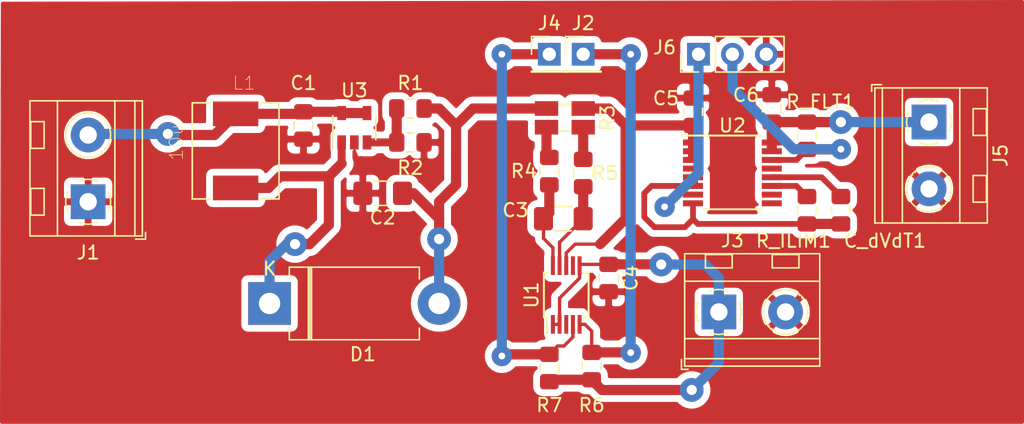
<source format=kicad_pcb>
(kicad_pcb (version 20171130) (host pcbnew "(5.1.0)-1")

  (general
    (thickness 1.6)
    (drawings 0)
    (tracks 141)
    (zones 0)
    (modules 27)
    (nets 22)
  )

  (page A4)
  (layers
    (0 F.Cu signal)
    (31 B.Cu signal)
    (32 B.Adhes user)
    (33 F.Adhes user)
    (34 B.Paste user)
    (35 F.Paste user)
    (36 B.SilkS user hide)
    (37 F.SilkS user)
    (38 B.Mask user)
    (39 F.Mask user hide)
    (40 Dwgs.User user)
    (41 Cmts.User user)
    (42 Eco1.User user)
    (43 Eco2.User user)
    (44 Edge.Cuts user)
    (45 Margin user)
    (46 B.CrtYd user)
    (47 F.CrtYd user)
    (48 B.Fab user)
    (49 F.Fab user)
  )

  (setup
    (last_trace_width 0.25)
    (user_trace_width 0.6)
    (user_trace_width 0.762)
    (trace_clearance 0.2)
    (zone_clearance 0.508)
    (zone_45_only no)
    (trace_min 0.2)
    (via_size 0.8)
    (via_drill 0.4)
    (via_min_size 0.4)
    (via_min_drill 0.3)
    (uvia_size 0.3)
    (uvia_drill 0.1)
    (uvias_allowed no)
    (uvia_min_size 0.2)
    (uvia_min_drill 0.1)
    (edge_width 0.15)
    (segment_width 0.2)
    (pcb_text_width 0.3)
    (pcb_text_size 1.5 1.5)
    (mod_edge_width 0.15)
    (mod_text_size 1 1)
    (mod_text_width 0.15)
    (pad_size 1.524 1.524)
    (pad_drill 0.762)
    (pad_to_mask_clearance 0.051)
    (solder_mask_min_width 0.25)
    (aux_axis_origin 0 0)
    (visible_elements 7FFDFFFF)
    (pcbplotparams
      (layerselection 0x010fc_ffffffff)
      (usegerberextensions false)
      (usegerberattributes false)
      (usegerberadvancedattributes false)
      (creategerberjobfile false)
      (excludeedgelayer true)
      (linewidth 0.100000)
      (plotframeref false)
      (viasonmask false)
      (mode 1)
      (useauxorigin false)
      (hpglpennumber 1)
      (hpglpenspeed 20)
      (hpglpendiameter 15.000000)
      (psnegative false)
      (psa4output false)
      (plotreference true)
      (plotvalue true)
      (plotinvisibletext false)
      (padsonsilk false)
      (subtractmaskfromsilk false)
      (outputformat 1)
      (mirror false)
      (drillshape 1)
      (scaleselection 1)
      (outputdirectory ""))
  )

  (net 0 "")
  (net 1 GND)
  (net 2 "Net-(C2-Pad1)")
  (net 3 "Net-(D1-Pad1)")
  (net 4 "Net-(R1-Pad2)")
  (net 5 +BATT)
  (net 6 +3V3)
  (net 7 "Net-(J6-Pad1)")
  (net 8 "Net-(J4-Pad1)")
  (net 9 "Net-(R3-Pad2)")
  (net 10 "Net-(C3-Pad1)")
  (net 11 "Net-(C3-Pad2)")
  (net 12 "Net-(R3-Pad3)")
  (net 13 "Net-(C5-Pad1)")
  (net 14 "Net-(C6-Pad2)")
  (net 15 "Net-(C_dVdT1-Pad2)")
  (net 16 "Net-(C_dVdT1-Pad1)")
  (net 17 "Net-(J2-Pad1)")
  (net 18 "Net-(J6-Pad2)")
  (net 19 "Net-(R_ILIM1-Pad1)")
  (net 20 "Net-(U1-Pad3)")
  (net 21 "Net-(U2-Pad10)")

  (net_class Default "This is the default net class."
    (clearance 0.2)
    (trace_width 0.25)
    (via_dia 0.8)
    (via_drill 0.4)
    (uvia_dia 0.3)
    (uvia_drill 0.1)
    (add_net +3V3)
    (add_net +BATT)
    (add_net GND)
    (add_net "Net-(C2-Pad1)")
    (add_net "Net-(C3-Pad1)")
    (add_net "Net-(C3-Pad2)")
    (add_net "Net-(C5-Pad1)")
    (add_net "Net-(C6-Pad2)")
    (add_net "Net-(C_dVdT1-Pad1)")
    (add_net "Net-(C_dVdT1-Pad2)")
    (add_net "Net-(D1-Pad1)")
    (add_net "Net-(J2-Pad1)")
    (add_net "Net-(J4-Pad1)")
    (add_net "Net-(J6-Pad1)")
    (add_net "Net-(J6-Pad2)")
    (add_net "Net-(R1-Pad2)")
    (add_net "Net-(R3-Pad2)")
    (add_net "Net-(R3-Pad3)")
    (add_net "Net-(R_ILIM1-Pad1)")
    (add_net "Net-(U1-Pad3)")
    (add_net "Net-(U2-Pad10)")
  )

  (module Capacitor_SMD:C_0805_2012Metric_Pad1.15x1.40mm_HandSolder (layer F.Cu) (tedit 5B36C52B) (tstamp 5CE591A3)
    (at 165.735 118.11 270)
    (descr "Capacitor SMD 0805 (2012 Metric), square (rectangular) end terminal, IPC_7351 nominal with elongated pad for handsoldering. (Body size source: https://docs.google.com/spreadsheets/d/1BsfQQcO9C6DZCsRaXUlFlo91Tg2WpOkGARC1WS5S8t0/edit?usp=sharing), generated with kicad-footprint-generator")
    (tags "capacitor handsolder")
    (path /5CABD8F1)
    (attr smd)
    (fp_text reference C4 (at 0 -1.65 270) (layer F.SilkS)
      (effects (font (size 1 1) (thickness 0.15)))
    )
    (fp_text value 0.1u (at 0 1.65 270) (layer F.Fab)
      (effects (font (size 1 1) (thickness 0.15)))
    )
    (fp_line (start -1 0.6) (end -1 -0.6) (layer F.Fab) (width 0.1))
    (fp_line (start -1 -0.6) (end 1 -0.6) (layer F.Fab) (width 0.1))
    (fp_line (start 1 -0.6) (end 1 0.6) (layer F.Fab) (width 0.1))
    (fp_line (start 1 0.6) (end -1 0.6) (layer F.Fab) (width 0.1))
    (fp_line (start -0.261252 -0.71) (end 0.261252 -0.71) (layer F.SilkS) (width 0.12))
    (fp_line (start -0.261252 0.71) (end 0.261252 0.71) (layer F.SilkS) (width 0.12))
    (fp_line (start -1.85 0.95) (end -1.85 -0.95) (layer F.CrtYd) (width 0.05))
    (fp_line (start -1.85 -0.95) (end 1.85 -0.95) (layer F.CrtYd) (width 0.05))
    (fp_line (start 1.85 -0.95) (end 1.85 0.95) (layer F.CrtYd) (width 0.05))
    (fp_line (start 1.85 0.95) (end -1.85 0.95) (layer F.CrtYd) (width 0.05))
    (fp_text user %R (at 0 0 270) (layer F.Fab)
      (effects (font (size 0.5 0.5) (thickness 0.08)))
    )
    (pad 1 smd roundrect (at -1.025 0 270) (size 1.15 1.4) (layers F.Cu F.Paste F.Mask) (roundrect_rratio 0.217391)
      (net 6 +3V3))
    (pad 2 smd roundrect (at 1.025 0 270) (size 1.15 1.4) (layers F.Cu F.Paste F.Mask) (roundrect_rratio 0.217391)
      (net 1 GND))
    (model ${KISYS3DMOD}/Capacitor_SMD.3dshapes/C_0805_2012Metric.wrl
      (at (xyz 0 0 0))
      (scale (xyz 1 1 1))
      (rotate (xyz 0 0 0))
    )
  )

  (module Capacitor_SMD:C_1206_3216Metric_Pad1.42x1.75mm_HandSolder (layer F.Cu) (tedit 5B301BBE) (tstamp 5CE59172)
    (at 162.3425 113.665 180)
    (descr "Capacitor SMD 1206 (3216 Metric), square (rectangular) end terminal, IPC_7351 nominal with elongated pad for handsoldering. (Body size source: http://www.tortai-tech.com/upload/download/2011102023233369053.pdf), generated with kicad-footprint-generator")
    (tags "capacitor handsolder")
    (path /5CAD0C0E)
    (attr smd)
    (fp_text reference C3 (at 3.5925 0.635 180) (layer F.SilkS)
      (effects (font (size 1 1) (thickness 0.15)))
    )
    (fp_text value 1u (at 0 1.82 180) (layer F.Fab)
      (effects (font (size 1 1) (thickness 0.15)))
    )
    (fp_line (start -1.6 0.8) (end -1.6 -0.8) (layer F.Fab) (width 0.1))
    (fp_line (start -1.6 -0.8) (end 1.6 -0.8) (layer F.Fab) (width 0.1))
    (fp_line (start 1.6 -0.8) (end 1.6 0.8) (layer F.Fab) (width 0.1))
    (fp_line (start 1.6 0.8) (end -1.6 0.8) (layer F.Fab) (width 0.1))
    (fp_line (start -0.602064 -0.91) (end 0.602064 -0.91) (layer F.SilkS) (width 0.12))
    (fp_line (start -0.602064 0.91) (end 0.602064 0.91) (layer F.SilkS) (width 0.12))
    (fp_line (start -2.45 1.12) (end -2.45 -1.12) (layer F.CrtYd) (width 0.05))
    (fp_line (start -2.45 -1.12) (end 2.45 -1.12) (layer F.CrtYd) (width 0.05))
    (fp_line (start 2.45 -1.12) (end 2.45 1.12) (layer F.CrtYd) (width 0.05))
    (fp_line (start 2.45 1.12) (end -2.45 1.12) (layer F.CrtYd) (width 0.05))
    (fp_text user %R (at 0 0 180) (layer F.Fab)
      (effects (font (size 0.8 0.8) (thickness 0.12)))
    )
    (pad 1 smd roundrect (at -1.4875 0 180) (size 1.425 1.75) (layers F.Cu F.Paste F.Mask) (roundrect_rratio 0.175439)
      (net 10 "Net-(C3-Pad1)"))
    (pad 2 smd roundrect (at 1.4875 0 180) (size 1.425 1.75) (layers F.Cu F.Paste F.Mask) (roundrect_rratio 0.175439)
      (net 11 "Net-(C3-Pad2)"))
    (model ${KISYS3DMOD}/Capacitor_SMD.3dshapes/C_1206_3216Metric.wrl
      (at (xyz 0 0 0))
      (scale (xyz 1 1 1))
      (rotate (xyz 0 0 0))
    )
  )

  (module Connector_PinHeader_2.54mm:PinHeader_1x01_P2.54mm_Vertical (layer F.Cu) (tedit 59FED5CC) (tstamp 5CE59161)
    (at 163.83 101.346)
    (descr "Through hole straight pin header, 1x01, 2.54mm pitch, single row")
    (tags "Through hole pin header THT 1x01 2.54mm single row")
    (path /5CAC353A)
    (fp_text reference J2 (at 0 -2.33) (layer F.SilkS)
      (effects (font (size 1 1) (thickness 0.15)))
    )
    (fp_text value SCL (at 0 2.33) (layer F.Fab)
      (effects (font (size 1 1) (thickness 0.15)))
    )
    (fp_text user %R (at 0 0 90) (layer F.Fab)
      (effects (font (size 1 1) (thickness 0.15)))
    )
    (fp_line (start 1.8 -1.8) (end -1.8 -1.8) (layer F.CrtYd) (width 0.05))
    (fp_line (start 1.8 1.8) (end 1.8 -1.8) (layer F.CrtYd) (width 0.05))
    (fp_line (start -1.8 1.8) (end 1.8 1.8) (layer F.CrtYd) (width 0.05))
    (fp_line (start -1.8 -1.8) (end -1.8 1.8) (layer F.CrtYd) (width 0.05))
    (fp_line (start -1.33 -1.33) (end 0 -1.33) (layer F.SilkS) (width 0.12))
    (fp_line (start -1.33 0) (end -1.33 -1.33) (layer F.SilkS) (width 0.12))
    (fp_line (start -1.33 1.27) (end 1.33 1.27) (layer F.SilkS) (width 0.12))
    (fp_line (start 1.33 1.27) (end 1.33 1.33) (layer F.SilkS) (width 0.12))
    (fp_line (start -1.33 1.27) (end -1.33 1.33) (layer F.SilkS) (width 0.12))
    (fp_line (start -1.33 1.33) (end 1.33 1.33) (layer F.SilkS) (width 0.12))
    (fp_line (start -1.27 -0.635) (end -0.635 -1.27) (layer F.Fab) (width 0.1))
    (fp_line (start -1.27 1.27) (end -1.27 -0.635) (layer F.Fab) (width 0.1))
    (fp_line (start 1.27 1.27) (end -1.27 1.27) (layer F.Fab) (width 0.1))
    (fp_line (start 1.27 -1.27) (end 1.27 1.27) (layer F.Fab) (width 0.1))
    (fp_line (start -0.635 -1.27) (end 1.27 -1.27) (layer F.Fab) (width 0.1))
    (pad 1 thru_hole rect (at 0 0) (size 1.7 1.7) (drill 1) (layers *.Cu *.Mask)
      (net 17 "Net-(J2-Pad1)"))
    (model ${KISYS3DMOD}/Connector_PinHeader_2.54mm.3dshapes/PinHeader_1x01_P2.54mm_Vertical.wrl
      (at (xyz 0 0 0))
      (scale (xyz 1 1 1))
      (rotate (xyz 0 0 0))
    )
  )

  (module Connector_PinHeader_2.54mm:PinHeader_1x01_P2.54mm_Vertical (layer F.Cu) (tedit 59FED5CC) (tstamp 5CE5914C)
    (at 161.29 101.346)
    (descr "Through hole straight pin header, 1x01, 2.54mm pitch, single row")
    (tags "Through hole pin header THT 1x01 2.54mm single row")
    (path /5CAC0ED6)
    (fp_text reference J4 (at 0 -2.33) (layer F.SilkS)
      (effects (font (size 1 1) (thickness 0.15)))
    )
    (fp_text value SDA (at 0 2.33) (layer F.Fab)
      (effects (font (size 1 1) (thickness 0.15)))
    )
    (fp_line (start -0.635 -1.27) (end 1.27 -1.27) (layer F.Fab) (width 0.1))
    (fp_line (start 1.27 -1.27) (end 1.27 1.27) (layer F.Fab) (width 0.1))
    (fp_line (start 1.27 1.27) (end -1.27 1.27) (layer F.Fab) (width 0.1))
    (fp_line (start -1.27 1.27) (end -1.27 -0.635) (layer F.Fab) (width 0.1))
    (fp_line (start -1.27 -0.635) (end -0.635 -1.27) (layer F.Fab) (width 0.1))
    (fp_line (start -1.33 1.33) (end 1.33 1.33) (layer F.SilkS) (width 0.12))
    (fp_line (start -1.33 1.27) (end -1.33 1.33) (layer F.SilkS) (width 0.12))
    (fp_line (start 1.33 1.27) (end 1.33 1.33) (layer F.SilkS) (width 0.12))
    (fp_line (start -1.33 1.27) (end 1.33 1.27) (layer F.SilkS) (width 0.12))
    (fp_line (start -1.33 0) (end -1.33 -1.33) (layer F.SilkS) (width 0.12))
    (fp_line (start -1.33 -1.33) (end 0 -1.33) (layer F.SilkS) (width 0.12))
    (fp_line (start -1.8 -1.8) (end -1.8 1.8) (layer F.CrtYd) (width 0.05))
    (fp_line (start -1.8 1.8) (end 1.8 1.8) (layer F.CrtYd) (width 0.05))
    (fp_line (start 1.8 1.8) (end 1.8 -1.8) (layer F.CrtYd) (width 0.05))
    (fp_line (start 1.8 -1.8) (end -1.8 -1.8) (layer F.CrtYd) (width 0.05))
    (fp_text user %R (at 0 0 90) (layer F.Fab)
      (effects (font (size 1 1) (thickness 0.15)))
    )
    (pad 1 thru_hole rect (at 0 0) (size 1.7 1.7) (drill 1) (layers *.Cu *.Mask)
      (net 8 "Net-(J4-Pad1)"))
    (model ${KISYS3DMOD}/Connector_PinHeader_2.54mm.3dshapes/PinHeader_1x01_P2.54mm_Vertical.wrl
      (at (xyz 0 0 0))
      (scale (xyz 1 1 1))
      (rotate (xyz 0 0 0))
    )
  )

  (module "Custom Shunt Resistor LVK12:R_Shunt_Ohmite_LVK12" (layer F.Cu) (tedit 5C748F87) (tstamp 5CE59137)
    (at 162.455 106.11 270)
    (descr "4 contact shunt resistor")
    (tags "shunt resistor 4 contacts")
    (path /5CABD997)
    (attr smd)
    (fp_text reference R3 (at 0 -3.2 90) (layer F.SilkS)
      (effects (font (size 1 1) (thickness 0.15)))
    )
    (fp_text value 39m (at 0 3.4 270) (layer F.Fab)
      (effects (font (size 1 1) (thickness 0.15)))
    )
    (fp_line (start 1 -0.4) (end 1 0.4) (layer F.SilkS) (width 0.12))
    (fp_line (start -1 0.4) (end -1 -0.4) (layer F.SilkS) (width 0.12))
    (fp_line (start -1.5 -2.5) (end 1.5 -2.5) (layer F.CrtYd) (width 0.05))
    (fp_line (start 1.5 -2.5) (end 1.5 2.5) (layer F.CrtYd) (width 0.05))
    (fp_line (start 1.5 2.5) (end -1.5 2.5) (layer F.CrtYd) (width 0.05))
    (fp_line (start -1.5 2.5) (end -1.5 -2.5) (layer F.CrtYd) (width 0.05))
    (fp_text user %R (at 0.1 0) (layer F.Fab)
      (effects (font (size 0.6 0.6) (thickness 0.1)))
    )
    (fp_line (start -0.8 1.6) (end 0.8 1.6) (layer F.Fab) (width 0.1))
    (fp_line (start 0.8 1.6) (end 0.8 -1.6) (layer F.Fab) (width 0.1))
    (fp_line (start 0.8 -1.6) (end -0.8 -1.6) (layer F.Fab) (width 0.1))
    (fp_line (start -0.8 -1.6) (end -0.8 1.6) (layer F.Fab) (width 0.1))
    (pad 1 smd rect (at -0.7 -1.375 270) (size 1.1 1.75) (layers F.Cu F.Paste F.Mask)
      (net 13 "Net-(C5-Pad1)"))
    (pad 2 smd rect (at 0.7 -1.375 270) (size 1.1 1.75) (layers F.Cu F.Paste F.Mask)
      (net 9 "Net-(R3-Pad2)"))
    (pad 4 smd rect (at -0.7 1.375 270) (size 1.1 1.75) (layers F.Cu F.Paste F.Mask)
      (net 2 "Net-(C2-Pad1)") (die_length 2))
    (pad 3 smd rect (at 0.7 1.375 270) (size 1.1 1.75) (layers F.Cu F.Paste F.Mask)
      (net 12 "Net-(R3-Pad3)"))
    (model ${KISYS3DMOD}/Resistor_SMD.3dshapes/R_Shunt_Ohmite_LVK12.wrl
      (at (xyz 0 0 0))
      (scale (xyz 1 1 1))
      (rotate (xyz 0 0 0))
    )
  )

  (module Resistor_SMD:R_0805_2012Metric_Pad1.15x1.40mm_HandSolder (layer F.Cu) (tedit 5B36C52B) (tstamp 5CE59061)
    (at 161.29 110.1 270)
    (descr "Resistor SMD 0805 (2012 Metric), square (rectangular) end terminal, IPC_7351 nominal with elongated pad for handsoldering. (Body size source: https://docs.google.com/spreadsheets/d/1BsfQQcO9C6DZCsRaXUlFlo91Tg2WpOkGARC1WS5S8t0/edit?usp=sharing), generated with kicad-footprint-generator")
    (tags "resistor handsolder")
    (path /5CAD0E1F)
    (attr smd)
    (fp_text reference R4 (at 0 1.905) (layer F.SilkS)
      (effects (font (size 1 1) (thickness 0.15)))
    )
    (fp_text value 6.8 (at 0 1.65 270) (layer F.Fab)
      (effects (font (size 1 1) (thickness 0.15)))
    )
    (fp_text user %R (at 0 0 270) (layer F.Fab)
      (effects (font (size 0.5 0.5) (thickness 0.08)))
    )
    (fp_line (start 1.85 0.95) (end -1.85 0.95) (layer F.CrtYd) (width 0.05))
    (fp_line (start 1.85 -0.95) (end 1.85 0.95) (layer F.CrtYd) (width 0.05))
    (fp_line (start -1.85 -0.95) (end 1.85 -0.95) (layer F.CrtYd) (width 0.05))
    (fp_line (start -1.85 0.95) (end -1.85 -0.95) (layer F.CrtYd) (width 0.05))
    (fp_line (start -0.261252 0.71) (end 0.261252 0.71) (layer F.SilkS) (width 0.12))
    (fp_line (start -0.261252 -0.71) (end 0.261252 -0.71) (layer F.SilkS) (width 0.12))
    (fp_line (start 1 0.6) (end -1 0.6) (layer F.Fab) (width 0.1))
    (fp_line (start 1 -0.6) (end 1 0.6) (layer F.Fab) (width 0.1))
    (fp_line (start -1 -0.6) (end 1 -0.6) (layer F.Fab) (width 0.1))
    (fp_line (start -1 0.6) (end -1 -0.6) (layer F.Fab) (width 0.1))
    (pad 2 smd roundrect (at 1.025 0 270) (size 1.15 1.4) (layers F.Cu F.Paste F.Mask) (roundrect_rratio 0.217391)
      (net 11 "Net-(C3-Pad2)"))
    (pad 1 smd roundrect (at -1.025 0 270) (size 1.15 1.4) (layers F.Cu F.Paste F.Mask) (roundrect_rratio 0.217391)
      (net 12 "Net-(R3-Pad3)"))
    (model ${KISYS3DMOD}/Resistor_SMD.3dshapes/R_0805_2012Metric.wrl
      (at (xyz 0 0 0))
      (scale (xyz 1 1 1))
      (rotate (xyz 0 0 0))
    )
  )

  (module Resistor_SMD:R_0805_2012Metric_Pad1.15x1.40mm_HandSolder (layer F.Cu) (tedit 5B36C52B) (tstamp 5CE59050)
    (at 163.83 110.245 270)
    (descr "Resistor SMD 0805 (2012 Metric), square (rectangular) end terminal, IPC_7351 nominal with elongated pad for handsoldering. (Body size source: https://docs.google.com/spreadsheets/d/1BsfQQcO9C6DZCsRaXUlFlo91Tg2WpOkGARC1WS5S8t0/edit?usp=sharing), generated with kicad-footprint-generator")
    (tags "resistor handsolder")
    (path /5CAD0E71)
    (attr smd)
    (fp_text reference R5 (at 0 -1.65) (layer F.SilkS)
      (effects (font (size 1 1) (thickness 0.15)))
    )
    (fp_text value 6.8 (at 0 1.65 270) (layer F.Fab)
      (effects (font (size 1 1) (thickness 0.15)))
    )
    (fp_line (start -1 0.6) (end -1 -0.6) (layer F.Fab) (width 0.1))
    (fp_line (start -1 -0.6) (end 1 -0.6) (layer F.Fab) (width 0.1))
    (fp_line (start 1 -0.6) (end 1 0.6) (layer F.Fab) (width 0.1))
    (fp_line (start 1 0.6) (end -1 0.6) (layer F.Fab) (width 0.1))
    (fp_line (start -0.261252 -0.71) (end 0.261252 -0.71) (layer F.SilkS) (width 0.12))
    (fp_line (start -0.261252 0.71) (end 0.261252 0.71) (layer F.SilkS) (width 0.12))
    (fp_line (start -1.85 0.95) (end -1.85 -0.95) (layer F.CrtYd) (width 0.05))
    (fp_line (start -1.85 -0.95) (end 1.85 -0.95) (layer F.CrtYd) (width 0.05))
    (fp_line (start 1.85 -0.95) (end 1.85 0.95) (layer F.CrtYd) (width 0.05))
    (fp_line (start 1.85 0.95) (end -1.85 0.95) (layer F.CrtYd) (width 0.05))
    (fp_text user %R (at 0 0 270) (layer F.Fab)
      (effects (font (size 0.5 0.5) (thickness 0.08)))
    )
    (pad 1 smd roundrect (at -1.025 0 270) (size 1.15 1.4) (layers F.Cu F.Paste F.Mask) (roundrect_rratio 0.217391)
      (net 9 "Net-(R3-Pad2)"))
    (pad 2 smd roundrect (at 1.025 0 270) (size 1.15 1.4) (layers F.Cu F.Paste F.Mask) (roundrect_rratio 0.217391)
      (net 10 "Net-(C3-Pad1)"))
    (model ${KISYS3DMOD}/Resistor_SMD.3dshapes/R_0805_2012Metric.wrl
      (at (xyz 0 0 0))
      (scale (xyz 1 1 1))
      (rotate (xyz 0 0 0))
    )
  )

  (module Resistor_SMD:R_0805_2012Metric_Pad1.15x1.40mm_HandSolder (layer F.Cu) (tedit 5B36C52B) (tstamp 5CE5903F)
    (at 164.465 124.705 90)
    (descr "Resistor SMD 0805 (2012 Metric), square (rectangular) end terminal, IPC_7351 nominal with elongated pad for handsoldering. (Body size source: https://docs.google.com/spreadsheets/d/1BsfQQcO9C6DZCsRaXUlFlo91Tg2WpOkGARC1WS5S8t0/edit?usp=sharing), generated with kicad-footprint-generator")
    (tags "resistor handsolder")
    (path /5CABDA87)
    (attr smd)
    (fp_text reference R6 (at -2.93 0 180) (layer F.SilkS)
      (effects (font (size 1 1) (thickness 0.15)))
    )
    (fp_text value 20k (at 0 1.65 90) (layer F.Fab)
      (effects (font (size 1 1) (thickness 0.15)))
    )
    (fp_text user %R (at 0 0 90) (layer F.Fab)
      (effects (font (size 0.5 0.5) (thickness 0.08)))
    )
    (fp_line (start 1.85 0.95) (end -1.85 0.95) (layer F.CrtYd) (width 0.05))
    (fp_line (start 1.85 -0.95) (end 1.85 0.95) (layer F.CrtYd) (width 0.05))
    (fp_line (start -1.85 -0.95) (end 1.85 -0.95) (layer F.CrtYd) (width 0.05))
    (fp_line (start -1.85 0.95) (end -1.85 -0.95) (layer F.CrtYd) (width 0.05))
    (fp_line (start -0.261252 0.71) (end 0.261252 0.71) (layer F.SilkS) (width 0.12))
    (fp_line (start -0.261252 -0.71) (end 0.261252 -0.71) (layer F.SilkS) (width 0.12))
    (fp_line (start 1 0.6) (end -1 0.6) (layer F.Fab) (width 0.1))
    (fp_line (start 1 -0.6) (end 1 0.6) (layer F.Fab) (width 0.1))
    (fp_line (start -1 -0.6) (end 1 -0.6) (layer F.Fab) (width 0.1))
    (fp_line (start -1 0.6) (end -1 -0.6) (layer F.Fab) (width 0.1))
    (pad 2 smd roundrect (at 1.025 0 90) (size 1.15 1.4) (layers F.Cu F.Paste F.Mask) (roundrect_rratio 0.217391)
      (net 17 "Net-(J2-Pad1)"))
    (pad 1 smd roundrect (at -1.025 0 90) (size 1.15 1.4) (layers F.Cu F.Paste F.Mask) (roundrect_rratio 0.217391)
      (net 6 +3V3))
    (model ${KISYS3DMOD}/Resistor_SMD.3dshapes/R_0805_2012Metric.wrl
      (at (xyz 0 0 0))
      (scale (xyz 1 1 1))
      (rotate (xyz 0 0 0))
    )
  )

  (module Resistor_SMD:R_0805_2012Metric_Pad1.15x1.40mm_HandSolder (layer F.Cu) (tedit 5B36C52B) (tstamp 5CE5902E)
    (at 161.29 124.85 270)
    (descr "Resistor SMD 0805 (2012 Metric), square (rectangular) end terminal, IPC_7351 nominal with elongated pad for handsoldering. (Body size source: https://docs.google.com/spreadsheets/d/1BsfQQcO9C6DZCsRaXUlFlo91Tg2WpOkGARC1WS5S8t0/edit?usp=sharing), generated with kicad-footprint-generator")
    (tags "resistor handsolder")
    (path /5CABDA2B)
    (attr smd)
    (fp_text reference R7 (at 2.785 0) (layer F.SilkS)
      (effects (font (size 1 1) (thickness 0.15)))
    )
    (fp_text value 20k (at 0 1.65 270) (layer F.Fab)
      (effects (font (size 1 1) (thickness 0.15)))
    )
    (fp_line (start -1 0.6) (end -1 -0.6) (layer F.Fab) (width 0.1))
    (fp_line (start -1 -0.6) (end 1 -0.6) (layer F.Fab) (width 0.1))
    (fp_line (start 1 -0.6) (end 1 0.6) (layer F.Fab) (width 0.1))
    (fp_line (start 1 0.6) (end -1 0.6) (layer F.Fab) (width 0.1))
    (fp_line (start -0.261252 -0.71) (end 0.261252 -0.71) (layer F.SilkS) (width 0.12))
    (fp_line (start -0.261252 0.71) (end 0.261252 0.71) (layer F.SilkS) (width 0.12))
    (fp_line (start -1.85 0.95) (end -1.85 -0.95) (layer F.CrtYd) (width 0.05))
    (fp_line (start -1.85 -0.95) (end 1.85 -0.95) (layer F.CrtYd) (width 0.05))
    (fp_line (start 1.85 -0.95) (end 1.85 0.95) (layer F.CrtYd) (width 0.05))
    (fp_line (start 1.85 0.95) (end -1.85 0.95) (layer F.CrtYd) (width 0.05))
    (fp_text user %R (at 0 0 270) (layer F.Fab)
      (effects (font (size 0.5 0.5) (thickness 0.08)))
    )
    (pad 1 smd roundrect (at -1.025 0 270) (size 1.15 1.4) (layers F.Cu F.Paste F.Mask) (roundrect_rratio 0.217391)
      (net 8 "Net-(J4-Pad1)"))
    (pad 2 smd roundrect (at 1.025 0 270) (size 1.15 1.4) (layers F.Cu F.Paste F.Mask) (roundrect_rratio 0.217391)
      (net 6 +3V3))
    (model ${KISYS3DMOD}/Resistor_SMD.3dshapes/R_0805_2012Metric.wrl
      (at (xyz 0 0 0))
      (scale (xyz 1 1 1))
      (rotate (xyz 0 0 0))
    )
  )

  (module TerminalBlock_MetzConnect:TerminalBlock_MetzConnect_Type094_RT03502HBLU_1x02_P5.00mm_Horizontal (layer F.Cu) (tedit 5B294E9C) (tstamp 5CE58F46)
    (at 173.99 120.65)
    (descr "terminal block Metz Connect Type094_RT03502HBLU, 2 pins, pitch 5mm, size 10x8.3mm^2, drill diamater 1.3mm, pad diameter 2.6mm, see http://www.metz-connect.com/ru/system/files/productfiles/Data_sheet_310941_RT035xxHBLU_OFF-022742T.pdf, script-generated using https://github.com/pointhi/kicad-footprint-generator/scripts/TerminalBlock_MetzConnect")
    (tags "THT terminal block Metz Connect Type094_RT03502HBLU pitch 5mm size 10x8.3mm^2 drill 1.3mm pad 2.6mm")
    (path /5CB65F56)
    (fp_text reference J3 (at 1.016 -5.36) (layer F.SilkS)
      (effects (font (size 1 1) (thickness 0.15)))
    )
    (fp_text value "Supply Voltage" (at 2.5 5.06) (layer F.Fab)
      (effects (font (size 1 1) (thickness 0.15)))
    )
    (fp_arc (start 0 0) (end 0 1.68) (angle -24) (layer F.SilkS) (width 0.12))
    (fp_arc (start 0 0) (end 1.535 0.684) (angle -48) (layer F.SilkS) (width 0.12))
    (fp_arc (start 0 0) (end 0.684 -1.535) (angle -48) (layer F.SilkS) (width 0.12))
    (fp_arc (start 0 0) (end -1.535 -0.684) (angle -48) (layer F.SilkS) (width 0.12))
    (fp_arc (start 0 0) (end -0.684 1.535) (angle -25) (layer F.SilkS) (width 0.12))
    (fp_circle (center 0 0) (end 1.5 0) (layer F.Fab) (width 0.1))
    (fp_circle (center 5 0) (end 6.5 0) (layer F.Fab) (width 0.1))
    (fp_circle (center 5 0) (end 6.68 0) (layer F.SilkS) (width 0.12))
    (fp_line (start -2.5 -4.3) (end 7.5 -4.3) (layer F.Fab) (width 0.1))
    (fp_line (start 7.5 -4.3) (end 7.5 4) (layer F.Fab) (width 0.1))
    (fp_line (start 7.5 4) (end -2 4) (layer F.Fab) (width 0.1))
    (fp_line (start -2 4) (end -2.5 3.5) (layer F.Fab) (width 0.1))
    (fp_line (start -2.5 3.5) (end -2.5 -4.3) (layer F.Fab) (width 0.1))
    (fp_line (start -2.5 3.5) (end 7.5 3.5) (layer F.Fab) (width 0.1))
    (fp_line (start -2.56 3.5) (end 7.56 3.5) (layer F.SilkS) (width 0.12))
    (fp_line (start -2.5 2) (end 7.5 2) (layer F.Fab) (width 0.1))
    (fp_line (start -2.56 2) (end 7.56 2) (layer F.SilkS) (width 0.12))
    (fp_line (start -2.5 -2.3) (end 7.5 -2.3) (layer F.Fab) (width 0.1))
    (fp_line (start -2.56 -2.301) (end 7.56 -2.301) (layer F.SilkS) (width 0.12))
    (fp_line (start -2.56 -4.36) (end 7.56 -4.36) (layer F.SilkS) (width 0.12))
    (fp_line (start -2.56 4.06) (end 7.56 4.06) (layer F.SilkS) (width 0.12))
    (fp_line (start -2.56 -4.36) (end -2.56 4.06) (layer F.SilkS) (width 0.12))
    (fp_line (start 7.56 -4.36) (end 7.56 4.06) (layer F.SilkS) (width 0.12))
    (fp_line (start 1.138 -0.955) (end -0.955 1.138) (layer F.Fab) (width 0.1))
    (fp_line (start 0.955 -1.138) (end -1.138 0.955) (layer F.Fab) (width 0.1))
    (fp_line (start -1 -4.3) (end -1 -3.3) (layer F.Fab) (width 0.1))
    (fp_line (start -1 -3.3) (end 1 -3.3) (layer F.Fab) (width 0.1))
    (fp_line (start 1 -3.3) (end 1 -4.3) (layer F.Fab) (width 0.1))
    (fp_line (start 1 -4.3) (end -1 -4.3) (layer F.Fab) (width 0.1))
    (fp_line (start -1 -4.3) (end 1 -4.3) (layer F.SilkS) (width 0.12))
    (fp_line (start -1 -3.3) (end 1 -3.3) (layer F.SilkS) (width 0.12))
    (fp_line (start -1 -4.3) (end -1 -3.3) (layer F.SilkS) (width 0.12))
    (fp_line (start 1 -4.3) (end 1 -3.3) (layer F.SilkS) (width 0.12))
    (fp_line (start 6.138 -0.955) (end 4.046 1.138) (layer F.Fab) (width 0.1))
    (fp_line (start 5.955 -1.138) (end 3.863 0.955) (layer F.Fab) (width 0.1))
    (fp_line (start 6.275 -1.069) (end 6.228 -1.023) (layer F.SilkS) (width 0.12))
    (fp_line (start 3.966 1.239) (end 3.931 1.274) (layer F.SilkS) (width 0.12))
    (fp_line (start 6.07 -1.275) (end 6.035 -1.239) (layer F.SilkS) (width 0.12))
    (fp_line (start 3.773 1.023) (end 3.726 1.069) (layer F.SilkS) (width 0.12))
    (fp_line (start 4 -4.3) (end 4 -3.3) (layer F.Fab) (width 0.1))
    (fp_line (start 4 -3.3) (end 6 -3.3) (layer F.Fab) (width 0.1))
    (fp_line (start 6 -3.3) (end 6 -4.3) (layer F.Fab) (width 0.1))
    (fp_line (start 6 -4.3) (end 4 -4.3) (layer F.Fab) (width 0.1))
    (fp_line (start 4 -4.3) (end 6 -4.3) (layer F.SilkS) (width 0.12))
    (fp_line (start 4 -3.3) (end 6 -3.3) (layer F.SilkS) (width 0.12))
    (fp_line (start 4 -4.3) (end 4 -3.3) (layer F.SilkS) (width 0.12))
    (fp_line (start 6 -4.3) (end 6 -3.3) (layer F.SilkS) (width 0.12))
    (fp_line (start -2.8 3.56) (end -2.8 4.3) (layer F.SilkS) (width 0.12))
    (fp_line (start -2.8 4.3) (end -2.3 4.3) (layer F.SilkS) (width 0.12))
    (fp_line (start -3 -4.81) (end -3 4.5) (layer F.CrtYd) (width 0.05))
    (fp_line (start -3 4.5) (end 8 4.5) (layer F.CrtYd) (width 0.05))
    (fp_line (start 8 4.5) (end 8 -4.81) (layer F.CrtYd) (width 0.05))
    (fp_line (start 8 -4.81) (end -3 -4.81) (layer F.CrtYd) (width 0.05))
    (fp_text user %R (at 2.5 2.75) (layer F.Fab)
      (effects (font (size 1 1) (thickness 0.15)))
    )
    (pad 1 thru_hole rect (at 0 0) (size 2.6 2.6) (drill 1.3) (layers *.Cu *.Mask)
      (net 6 +3V3))
    (pad 2 thru_hole circle (at 5 0) (size 2.6 2.6) (drill 1.3) (layers *.Cu *.Mask)
      (net 1 GND))
    (model ${KISYS3DMOD}/TerminalBlock_MetzConnect.3dshapes/TerminalBlock_MetzConnect_Type094_RT03502HBLU_1x02_P5.00mm_Horizontal.wrl
      (at (xyz 0 0 0))
      (scale (xyz 1 1 1))
      (rotate (xyz 0 0 0))
    )
  )

  (module Capacitor_SMD:C_0805_2012Metric_Pad1.15x1.40mm_HandSolder (layer F.Cu) (tedit 5B36C52B) (tstamp 5CE1E7F8)
    (at 142.875 106.68 270)
    (descr "Capacitor SMD 0805 (2012 Metric), square (rectangular) end terminal, IPC_7351 nominal with elongated pad for handsoldering. (Body size source: https://docs.google.com/spreadsheets/d/1BsfQQcO9C6DZCsRaXUlFlo91Tg2WpOkGARC1WS5S8t0/edit?usp=sharing), generated with kicad-footprint-generator")
    (tags "capacitor handsolder")
    (path /5CD8380F)
    (attr smd)
    (fp_text reference C1 (at -3.175 0) (layer F.SilkS)
      (effects (font (size 1 1) (thickness 0.15)))
    )
    (fp_text value 10u (at 0 1.65 270) (layer F.Fab)
      (effects (font (size 1 1) (thickness 0.15)))
    )
    (fp_line (start -1 0.6) (end -1 -0.6) (layer F.Fab) (width 0.1))
    (fp_line (start -1 -0.6) (end 1 -0.6) (layer F.Fab) (width 0.1))
    (fp_line (start 1 -0.6) (end 1 0.6) (layer F.Fab) (width 0.1))
    (fp_line (start 1 0.6) (end -1 0.6) (layer F.Fab) (width 0.1))
    (fp_line (start -0.261252 -0.71) (end 0.261252 -0.71) (layer F.SilkS) (width 0.12))
    (fp_line (start -0.261252 0.71) (end 0.261252 0.71) (layer F.SilkS) (width 0.12))
    (fp_line (start -1.85 0.95) (end -1.85 -0.95) (layer F.CrtYd) (width 0.05))
    (fp_line (start -1.85 -0.95) (end 1.85 -0.95) (layer F.CrtYd) (width 0.05))
    (fp_line (start 1.85 -0.95) (end 1.85 0.95) (layer F.CrtYd) (width 0.05))
    (fp_line (start 1.85 0.95) (end -1.85 0.95) (layer F.CrtYd) (width 0.05))
    (fp_text user %R (at 0 0 270) (layer F.Fab)
      (effects (font (size 0.5 0.5) (thickness 0.08)))
    )
    (pad 1 smd roundrect (at -1.025 0 270) (size 1.15 1.4) (layers F.Cu F.Paste F.Mask) (roundrect_rratio 0.217391)
      (net 5 +BATT))
    (pad 2 smd roundrect (at 1.025 0 270) (size 1.15 1.4) (layers F.Cu F.Paste F.Mask) (roundrect_rratio 0.217391)
      (net 1 GND))
    (model ${KISYS3DMOD}/Capacitor_SMD.3dshapes/C_0805_2012Metric.wrl
      (at (xyz 0 0 0))
      (scale (xyz 1 1 1))
      (rotate (xyz 0 0 0))
    )
  )

  (module SRP6540-100M:IND_SRP6540-100M (layer F.Cu) (tedit 0) (tstamp 5CE1E911)
    (at 137.795 108.585 270)
    (path /5CD83277)
    (attr smd)
    (fp_text reference L1 (at -5.08 -0.635) (layer F.SilkS)
      (effects (font (size 1.00106 1.00106) (thickness 0.05)))
    )
    (fp_text value 10u (at -0.63603 4.45221 270) (layer F.SilkS)
      (effects (font (size 1.00162 1.00162) (thickness 0.05)))
    )
    (fp_line (start -3.6 -3.25) (end 3.6 -3.25) (layer Eco2.User) (width 0.127))
    (fp_line (start 3.6 -3.25) (end 3.6 3.25) (layer Eco2.User) (width 0.127))
    (fp_line (start 3.6 3.25) (end -3.6 3.25) (layer Eco2.User) (width 0.127))
    (fp_line (start -3.6 3.25) (end -3.6 -3.25) (layer Eco2.User) (width 0.127))
    (fp_line (start -3.6 -3.25) (end 3.6 -3.25) (layer F.SilkS) (width 0.127))
    (fp_line (start 3.6 -3.25) (end 3.6 -1.9) (layer F.SilkS) (width 0.127))
    (fp_line (start 3.6 1.9) (end 3.6 3.25) (layer F.SilkS) (width 0.127))
    (fp_line (start 3.6 3.25) (end -3.6 3.25) (layer F.SilkS) (width 0.127))
    (fp_line (start -3.6 3.25) (end -3.6 1.9) (layer F.SilkS) (width 0.127))
    (fp_line (start -3.6 -1.9) (end -3.6 -3.25) (layer F.SilkS) (width 0.127))
    (fp_line (start -3.95 -3.5) (end 3.95 -3.5) (layer Eco1.User) (width 0.05))
    (fp_line (start 3.95 -3.5) (end 3.95 3.5) (layer Eco1.User) (width 0.05))
    (fp_line (start 3.95 3.5) (end -3.95 3.5) (layer Eco1.User) (width 0.05))
    (fp_line (start -3.95 3.5) (end -3.95 -3.5) (layer Eco1.User) (width 0.05))
    (pad 1 smd rect (at -2.775 0 270) (size 1.85 3.4) (layers F.Cu F.Paste F.Mask)
      (net 5 +BATT))
    (pad 2 smd rect (at 2.775 0 270) (size 1.85 3.4) (layers F.Cu F.Paste F.Mask)
      (net 3 "Net-(D1-Pad1)"))
  )

  (module Capacitor_SMD:C_1206_3216Metric_Pad1.42x1.75mm_HandSolder (layer F.Cu) (tedit 5B301BBE) (tstamp 5CE1E809)
    (at 148.8075 111.76 180)
    (descr "Capacitor SMD 1206 (3216 Metric), square (rectangular) end terminal, IPC_7351 nominal with elongated pad for handsoldering. (Body size source: http://www.tortai-tech.com/upload/download/2011102023233369053.pdf), generated with kicad-footprint-generator")
    (tags "capacitor handsolder")
    (path /5CD839ED)
    (attr smd)
    (fp_text reference C2 (at 0 -1.82 180) (layer F.SilkS)
      (effects (font (size 1 1) (thickness 0.15)))
    )
    (fp_text value 47u (at 0 1.82 180) (layer F.Fab)
      (effects (font (size 1 1) (thickness 0.15)))
    )
    (fp_text user %R (at 0 0 180) (layer F.Fab)
      (effects (font (size 0.8 0.8) (thickness 0.12)))
    )
    (fp_line (start 2.45 1.12) (end -2.45 1.12) (layer F.CrtYd) (width 0.05))
    (fp_line (start 2.45 -1.12) (end 2.45 1.12) (layer F.CrtYd) (width 0.05))
    (fp_line (start -2.45 -1.12) (end 2.45 -1.12) (layer F.CrtYd) (width 0.05))
    (fp_line (start -2.45 1.12) (end -2.45 -1.12) (layer F.CrtYd) (width 0.05))
    (fp_line (start -0.602064 0.91) (end 0.602064 0.91) (layer F.SilkS) (width 0.12))
    (fp_line (start -0.602064 -0.91) (end 0.602064 -0.91) (layer F.SilkS) (width 0.12))
    (fp_line (start 1.6 0.8) (end -1.6 0.8) (layer F.Fab) (width 0.1))
    (fp_line (start 1.6 -0.8) (end 1.6 0.8) (layer F.Fab) (width 0.1))
    (fp_line (start -1.6 -0.8) (end 1.6 -0.8) (layer F.Fab) (width 0.1))
    (fp_line (start -1.6 0.8) (end -1.6 -0.8) (layer F.Fab) (width 0.1))
    (pad 2 smd roundrect (at 1.4875 0 180) (size 1.425 1.75) (layers F.Cu F.Paste F.Mask) (roundrect_rratio 0.175439)
      (net 1 GND))
    (pad 1 smd roundrect (at -1.4875 0 180) (size 1.425 1.75) (layers F.Cu F.Paste F.Mask) (roundrect_rratio 0.175439)
      (net 2 "Net-(C2-Pad1)"))
    (model ${KISYS3DMOD}/Capacitor_SMD.3dshapes/C_1206_3216Metric.wrl
      (at (xyz 0 0 0))
      (scale (xyz 1 1 1))
      (rotate (xyz 0 0 0))
    )
  )

  (module Diode_THT:D_DO-201AD_P12.70mm_Horizontal (layer F.Cu) (tedit 5AE50CD5) (tstamp 5CE1E85B)
    (at 140.335 120.015)
    (descr "Diode, DO-201AD series, Axial, Horizontal, pin pitch=12.7mm, , length*diameter=9.5*5.2mm^2, , http://www.diodes.com/_files/packages/DO-201AD.pdf")
    (tags "Diode DO-201AD series Axial Horizontal pin pitch 12.7mm  length 9.5mm diameter 5.2mm")
    (path /5C80B68A)
    (fp_text reference D1 (at 6.985 3.81) (layer F.SilkS)
      (effects (font (size 1 1) (thickness 0.15)))
    )
    (fp_text value DIODE (at 6.35 3.72) (layer F.Fab)
      (effects (font (size 1 1) (thickness 0.15)))
    )
    (fp_line (start 1.6 -2.6) (end 1.6 2.6) (layer F.Fab) (width 0.1))
    (fp_line (start 1.6 2.6) (end 11.1 2.6) (layer F.Fab) (width 0.1))
    (fp_line (start 11.1 2.6) (end 11.1 -2.6) (layer F.Fab) (width 0.1))
    (fp_line (start 11.1 -2.6) (end 1.6 -2.6) (layer F.Fab) (width 0.1))
    (fp_line (start 0 0) (end 1.6 0) (layer F.Fab) (width 0.1))
    (fp_line (start 12.7 0) (end 11.1 0) (layer F.Fab) (width 0.1))
    (fp_line (start 3.025 -2.6) (end 3.025 2.6) (layer F.Fab) (width 0.1))
    (fp_line (start 3.125 -2.6) (end 3.125 2.6) (layer F.Fab) (width 0.1))
    (fp_line (start 2.925 -2.6) (end 2.925 2.6) (layer F.Fab) (width 0.1))
    (fp_line (start 1.48 -1.84) (end 1.48 -2.72) (layer F.SilkS) (width 0.12))
    (fp_line (start 1.48 -2.72) (end 11.22 -2.72) (layer F.SilkS) (width 0.12))
    (fp_line (start 11.22 -2.72) (end 11.22 -1.84) (layer F.SilkS) (width 0.12))
    (fp_line (start 1.48 1.84) (end 1.48 2.72) (layer F.SilkS) (width 0.12))
    (fp_line (start 1.48 2.72) (end 11.22 2.72) (layer F.SilkS) (width 0.12))
    (fp_line (start 11.22 2.72) (end 11.22 1.84) (layer F.SilkS) (width 0.12))
    (fp_line (start 3.025 -2.72) (end 3.025 2.72) (layer F.SilkS) (width 0.12))
    (fp_line (start 3.145 -2.72) (end 3.145 2.72) (layer F.SilkS) (width 0.12))
    (fp_line (start 2.905 -2.72) (end 2.905 2.72) (layer F.SilkS) (width 0.12))
    (fp_line (start -1.85 -2.85) (end -1.85 2.85) (layer F.CrtYd) (width 0.05))
    (fp_line (start -1.85 2.85) (end 14.55 2.85) (layer F.CrtYd) (width 0.05))
    (fp_line (start 14.55 2.85) (end 14.55 -2.85) (layer F.CrtYd) (width 0.05))
    (fp_line (start 14.55 -2.85) (end -1.85 -2.85) (layer F.CrtYd) (width 0.05))
    (fp_text user %R (at 7.0625 0) (layer F.Fab)
      (effects (font (size 1 1) (thickness 0.15)))
    )
    (fp_text user K (at 0 -2.6) (layer F.Fab)
      (effects (font (size 1 1) (thickness 0.15)))
    )
    (fp_text user K (at 0 -2.6) (layer F.SilkS)
      (effects (font (size 1 1) (thickness 0.15)))
    )
    (pad 1 thru_hole rect (at 0 0) (size 3.2 3.2) (drill 1.6) (layers *.Cu *.Mask)
      (net 3 "Net-(D1-Pad1)"))
    (pad 2 thru_hole oval (at 12.7 0) (size 3.2 3.2) (drill 1.6) (layers *.Cu *.Mask)
      (net 2 "Net-(C2-Pad1)"))
    (model ${KISYS3DMOD}/Diode_THT.3dshapes/D_DO-201AD_P12.70mm_Horizontal.wrl
      (at (xyz 0 0 0))
      (scale (xyz 1 1 1))
      (rotate (xyz 0 0 0))
    )
  )

  (module TerminalBlock_MetzConnect:TerminalBlock_MetzConnect_Type094_RT03502HBLU_1x02_P5.00mm_Horizontal (layer F.Cu) (tedit 5B294E9C) (tstamp 5CE1E897)
    (at 126.746 112.395 90)
    (descr "terminal block Metz Connect Type094_RT03502HBLU, 2 pins, pitch 5mm, size 10x8.3mm^2, drill diamater 1.3mm, pad diameter 2.6mm, see http://www.metz-connect.com/ru/system/files/productfiles/Data_sheet_310941_RT035xxHBLU_OFF-022742T.pdf, script-generated using https://github.com/pointhi/kicad-footprint-generator/scripts/TerminalBlock_MetzConnect")
    (tags "THT terminal block Metz Connect Type094_RT03502HBLU pitch 5mm size 10x8.3mm^2 drill 1.3mm pad 2.6mm")
    (path /5C80BD64)
    (fp_text reference J1 (at -3.81 0 180) (layer F.SilkS)
      (effects (font (size 1 1) (thickness 0.15)))
    )
    (fp_text value Vin (at 2.5 5.06 90) (layer F.Fab)
      (effects (font (size 1 1) (thickness 0.15)))
    )
    (fp_arc (start 0 0) (end 0 1.68) (angle -24) (layer F.SilkS) (width 0.12))
    (fp_arc (start 0 0) (end 1.535 0.684) (angle -48) (layer F.SilkS) (width 0.12))
    (fp_arc (start 0 0) (end 0.684 -1.535) (angle -48) (layer F.SilkS) (width 0.12))
    (fp_arc (start 0 0) (end -1.535 -0.684) (angle -48) (layer F.SilkS) (width 0.12))
    (fp_arc (start 0 0) (end -0.684 1.535) (angle -25) (layer F.SilkS) (width 0.12))
    (fp_circle (center 0 0) (end 1.5 0) (layer F.Fab) (width 0.1))
    (fp_circle (center 5 0) (end 6.5 0) (layer F.Fab) (width 0.1))
    (fp_circle (center 5 0) (end 6.68 0) (layer F.SilkS) (width 0.12))
    (fp_line (start -2.5 -4.3) (end 7.5 -4.3) (layer F.Fab) (width 0.1))
    (fp_line (start 7.5 -4.3) (end 7.5 4) (layer F.Fab) (width 0.1))
    (fp_line (start 7.5 4) (end -2 4) (layer F.Fab) (width 0.1))
    (fp_line (start -2 4) (end -2.5 3.5) (layer F.Fab) (width 0.1))
    (fp_line (start -2.5 3.5) (end -2.5 -4.3) (layer F.Fab) (width 0.1))
    (fp_line (start -2.5 3.5) (end 7.5 3.5) (layer F.Fab) (width 0.1))
    (fp_line (start -2.56 3.5) (end 7.56 3.5) (layer F.SilkS) (width 0.12))
    (fp_line (start -2.5 2) (end 7.5 2) (layer F.Fab) (width 0.1))
    (fp_line (start -2.56 2) (end 7.56 2) (layer F.SilkS) (width 0.12))
    (fp_line (start -2.5 -2.3) (end 7.5 -2.3) (layer F.Fab) (width 0.1))
    (fp_line (start -2.56 -2.301) (end 7.56 -2.301) (layer F.SilkS) (width 0.12))
    (fp_line (start -2.56 -4.36) (end 7.56 -4.36) (layer F.SilkS) (width 0.12))
    (fp_line (start -2.56 4.06) (end 7.56 4.06) (layer F.SilkS) (width 0.12))
    (fp_line (start -2.56 -4.36) (end -2.56 4.06) (layer F.SilkS) (width 0.12))
    (fp_line (start 7.56 -4.36) (end 7.56 4.06) (layer F.SilkS) (width 0.12))
    (fp_line (start 1.138 -0.955) (end -0.955 1.138) (layer F.Fab) (width 0.1))
    (fp_line (start 0.955 -1.138) (end -1.138 0.955) (layer F.Fab) (width 0.1))
    (fp_line (start -1 -4.3) (end -1 -3.3) (layer F.Fab) (width 0.1))
    (fp_line (start -1 -3.3) (end 1 -3.3) (layer F.Fab) (width 0.1))
    (fp_line (start 1 -3.3) (end 1 -4.3) (layer F.Fab) (width 0.1))
    (fp_line (start 1 -4.3) (end -1 -4.3) (layer F.Fab) (width 0.1))
    (fp_line (start -1 -4.3) (end 1 -4.3) (layer F.SilkS) (width 0.12))
    (fp_line (start -1 -3.3) (end 1 -3.3) (layer F.SilkS) (width 0.12))
    (fp_line (start -1 -4.3) (end -1 -3.3) (layer F.SilkS) (width 0.12))
    (fp_line (start 1 -4.3) (end 1 -3.3) (layer F.SilkS) (width 0.12))
    (fp_line (start 6.138 -0.955) (end 4.046 1.138) (layer F.Fab) (width 0.1))
    (fp_line (start 5.955 -1.138) (end 3.863 0.955) (layer F.Fab) (width 0.1))
    (fp_line (start 6.275 -1.069) (end 6.228 -1.023) (layer F.SilkS) (width 0.12))
    (fp_line (start 3.966 1.239) (end 3.931 1.274) (layer F.SilkS) (width 0.12))
    (fp_line (start 6.07 -1.275) (end 6.035 -1.239) (layer F.SilkS) (width 0.12))
    (fp_line (start 3.773 1.023) (end 3.726 1.069) (layer F.SilkS) (width 0.12))
    (fp_line (start 4 -4.3) (end 4 -3.3) (layer F.Fab) (width 0.1))
    (fp_line (start 4 -3.3) (end 6 -3.3) (layer F.Fab) (width 0.1))
    (fp_line (start 6 -3.3) (end 6 -4.3) (layer F.Fab) (width 0.1))
    (fp_line (start 6 -4.3) (end 4 -4.3) (layer F.Fab) (width 0.1))
    (fp_line (start 4 -4.3) (end 6 -4.3) (layer F.SilkS) (width 0.12))
    (fp_line (start 4 -3.3) (end 6 -3.3) (layer F.SilkS) (width 0.12))
    (fp_line (start 4 -4.3) (end 4 -3.3) (layer F.SilkS) (width 0.12))
    (fp_line (start 6 -4.3) (end 6 -3.3) (layer F.SilkS) (width 0.12))
    (fp_line (start -2.8 3.56) (end -2.8 4.3) (layer F.SilkS) (width 0.12))
    (fp_line (start -2.8 4.3) (end -2.3 4.3) (layer F.SilkS) (width 0.12))
    (fp_line (start -3 -4.81) (end -3 4.5) (layer F.CrtYd) (width 0.05))
    (fp_line (start -3 4.5) (end 8 4.5) (layer F.CrtYd) (width 0.05))
    (fp_line (start 8 4.5) (end 8 -4.81) (layer F.CrtYd) (width 0.05))
    (fp_line (start 8 -4.81) (end -3 -4.81) (layer F.CrtYd) (width 0.05))
    (fp_text user %R (at 2.5 2.75 90) (layer F.Fab)
      (effects (font (size 1 1) (thickness 0.15)))
    )
    (pad 1 thru_hole rect (at 0 0 90) (size 2.6 2.6) (drill 1.3) (layers *.Cu *.Mask)
      (net 1 GND))
    (pad 2 thru_hole circle (at 5 0 90) (size 2.6 2.6) (drill 1.3) (layers *.Cu *.Mask)
      (net 5 +BATT))
    (model ${KISYS3DMOD}/TerminalBlock_MetzConnect.3dshapes/TerminalBlock_MetzConnect_Type094_RT03502HBLU_1x02_P5.00mm_Horizontal.wrl
      (at (xyz 0 0 0))
      (scale (xyz 1 1 1))
      (rotate (xyz 0 0 0))
    )
  )

  (module Resistor_SMD:R_0805_2012Metric_Pad1.15x1.40mm_HandSolder (layer F.Cu) (tedit 5B36C52B) (tstamp 5CE1E933)
    (at 150.885 105.41 180)
    (descr "Resistor SMD 0805 (2012 Metric), square (rectangular) end terminal, IPC_7351 nominal with elongated pad for handsoldering. (Body size source: https://docs.google.com/spreadsheets/d/1BsfQQcO9C6DZCsRaXUlFlo91Tg2WpOkGARC1WS5S8t0/edit?usp=sharing), generated with kicad-footprint-generator")
    (tags "resistor handsolder")
    (path /5CD8394D)
    (attr smd)
    (fp_text reference R1 (at 0 1.905 180) (layer F.SilkS)
      (effects (font (size 1 1) (thickness 0.15)))
    )
    (fp_text value 1.1M (at 0 1.65 180) (layer F.Fab)
      (effects (font (size 1 1) (thickness 0.15)))
    )
    (fp_line (start -1 0.6) (end -1 -0.6) (layer F.Fab) (width 0.1))
    (fp_line (start -1 -0.6) (end 1 -0.6) (layer F.Fab) (width 0.1))
    (fp_line (start 1 -0.6) (end 1 0.6) (layer F.Fab) (width 0.1))
    (fp_line (start 1 0.6) (end -1 0.6) (layer F.Fab) (width 0.1))
    (fp_line (start -0.261252 -0.71) (end 0.261252 -0.71) (layer F.SilkS) (width 0.12))
    (fp_line (start -0.261252 0.71) (end 0.261252 0.71) (layer F.SilkS) (width 0.12))
    (fp_line (start -1.85 0.95) (end -1.85 -0.95) (layer F.CrtYd) (width 0.05))
    (fp_line (start -1.85 -0.95) (end 1.85 -0.95) (layer F.CrtYd) (width 0.05))
    (fp_line (start 1.85 -0.95) (end 1.85 0.95) (layer F.CrtYd) (width 0.05))
    (fp_line (start 1.85 0.95) (end -1.85 0.95) (layer F.CrtYd) (width 0.05))
    (fp_text user %R (at 0 0 180) (layer F.Fab)
      (effects (font (size 0.5 0.5) (thickness 0.08)))
    )
    (pad 1 smd roundrect (at -1.025 0 180) (size 1.15 1.4) (layers F.Cu F.Paste F.Mask) (roundrect_rratio 0.217391)
      (net 2 "Net-(C2-Pad1)"))
    (pad 2 smd roundrect (at 1.025 0 180) (size 1.15 1.4) (layers F.Cu F.Paste F.Mask) (roundrect_rratio 0.217391)
      (net 4 "Net-(R1-Pad2)"))
    (model ${KISYS3DMOD}/Resistor_SMD.3dshapes/R_0805_2012Metric.wrl
      (at (xyz 0 0 0))
      (scale (xyz 1 1 1))
      (rotate (xyz 0 0 0))
    )
  )

  (module Resistor_SMD:R_0805_2012Metric_Pad1.15x1.40mm_HandSolder (layer F.Cu) (tedit 5B36C52B) (tstamp 5CE1E944)
    (at 150.885 107.95)
    (descr "Resistor SMD 0805 (2012 Metric), square (rectangular) end terminal, IPC_7351 nominal with elongated pad for handsoldering. (Body size source: https://docs.google.com/spreadsheets/d/1BsfQQcO9C6DZCsRaXUlFlo91Tg2WpOkGARC1WS5S8t0/edit?usp=sharing), generated with kicad-footprint-generator")
    (tags "resistor handsolder")
    (path /5CD83787)
    (attr smd)
    (fp_text reference R2 (at -0.009 1.905) (layer F.SilkS)
      (effects (font (size 1 1) (thickness 0.15)))
    )
    (fp_text value 43k (at 0 1.65) (layer F.Fab)
      (effects (font (size 1 1) (thickness 0.15)))
    )
    (fp_text user %R (at 0 0) (layer F.Fab)
      (effects (font (size 0.5 0.5) (thickness 0.08)))
    )
    (fp_line (start 1.85 0.95) (end -1.85 0.95) (layer F.CrtYd) (width 0.05))
    (fp_line (start 1.85 -0.95) (end 1.85 0.95) (layer F.CrtYd) (width 0.05))
    (fp_line (start -1.85 -0.95) (end 1.85 -0.95) (layer F.CrtYd) (width 0.05))
    (fp_line (start -1.85 0.95) (end -1.85 -0.95) (layer F.CrtYd) (width 0.05))
    (fp_line (start -0.261252 0.71) (end 0.261252 0.71) (layer F.SilkS) (width 0.12))
    (fp_line (start -0.261252 -0.71) (end 0.261252 -0.71) (layer F.SilkS) (width 0.12))
    (fp_line (start 1 0.6) (end -1 0.6) (layer F.Fab) (width 0.1))
    (fp_line (start 1 -0.6) (end 1 0.6) (layer F.Fab) (width 0.1))
    (fp_line (start -1 -0.6) (end 1 -0.6) (layer F.Fab) (width 0.1))
    (fp_line (start -1 0.6) (end -1 -0.6) (layer F.Fab) (width 0.1))
    (pad 2 smd roundrect (at 1.025 0) (size 1.15 1.4) (layers F.Cu F.Paste F.Mask) (roundrect_rratio 0.217391)
      (net 1 GND))
    (pad 1 smd roundrect (at -1.025 0) (size 1.15 1.4) (layers F.Cu F.Paste F.Mask) (roundrect_rratio 0.217391)
      (net 4 "Net-(R1-Pad2)"))
    (model ${KISYS3DMOD}/Resistor_SMD.3dshapes/R_0805_2012Metric.wrl
      (at (xyz 0 0 0))
      (scale (xyz 1 1 1))
      (rotate (xyz 0 0 0))
    )
  )

  (module Capacitor_SMD:C_0805_2012Metric_Pad1.15x1.40mm_HandSolder (layer F.Cu) (tedit 5B36C52B) (tstamp 5CEEBB0B)
    (at 172.056 105.655 90)
    (descr "Capacitor SMD 0805 (2012 Metric), square (rectangular) end terminal, IPC_7351 nominal with elongated pad for handsoldering. (Body size source: https://docs.google.com/spreadsheets/d/1BsfQQcO9C6DZCsRaXUlFlo91Tg2WpOkGARC1WS5S8t0/edit?usp=sharing), generated with kicad-footprint-generator")
    (tags "capacitor handsolder")
    (path /5CCCF797)
    (attr smd)
    (fp_text reference C5 (at 1.007 -2.032 180) (layer F.SilkS)
      (effects (font (size 1 1) (thickness 0.15)))
    )
    (fp_text value 1uF (at 0 1.65 90) (layer F.Fab)
      (effects (font (size 1 1) (thickness 0.15)))
    )
    (fp_text user %R (at 0 0 90) (layer F.Fab)
      (effects (font (size 0.5 0.5) (thickness 0.08)))
    )
    (fp_line (start 1.85 0.95) (end -1.85 0.95) (layer F.CrtYd) (width 0.05))
    (fp_line (start 1.85 -0.95) (end 1.85 0.95) (layer F.CrtYd) (width 0.05))
    (fp_line (start -1.85 -0.95) (end 1.85 -0.95) (layer F.CrtYd) (width 0.05))
    (fp_line (start -1.85 0.95) (end -1.85 -0.95) (layer F.CrtYd) (width 0.05))
    (fp_line (start -0.261252 0.71) (end 0.261252 0.71) (layer F.SilkS) (width 0.12))
    (fp_line (start -0.261252 -0.71) (end 0.261252 -0.71) (layer F.SilkS) (width 0.12))
    (fp_line (start 1 0.6) (end -1 0.6) (layer F.Fab) (width 0.1))
    (fp_line (start 1 -0.6) (end 1 0.6) (layer F.Fab) (width 0.1))
    (fp_line (start -1 -0.6) (end 1 -0.6) (layer F.Fab) (width 0.1))
    (fp_line (start -1 0.6) (end -1 -0.6) (layer F.Fab) (width 0.1))
    (pad 2 smd roundrect (at 1.025 0 90) (size 1.15 1.4) (layers F.Cu F.Paste F.Mask) (roundrect_rratio 0.217391)
      (net 1 GND))
    (pad 1 smd roundrect (at -1.025 0 90) (size 1.15 1.4) (layers F.Cu F.Paste F.Mask) (roundrect_rratio 0.217391)
      (net 13 "Net-(C5-Pad1)"))
    (model ${KISYS3DMOD}/Capacitor_SMD.3dshapes/C_0805_2012Metric.wrl
      (at (xyz 0 0 0))
      (scale (xyz 1 1 1))
      (rotate (xyz 0 0 0))
    )
  )

  (module Capacitor_SMD:C_0805_2012Metric_Pad1.15x1.40mm_HandSolder (layer F.Cu) (tedit 5B36C52B) (tstamp 5CEEBB1C)
    (at 177.956 105.401 270)
    (descr "Capacitor SMD 0805 (2012 Metric), square (rectangular) end terminal, IPC_7351 nominal with elongated pad for handsoldering. (Body size source: https://docs.google.com/spreadsheets/d/1BsfQQcO9C6DZCsRaXUlFlo91Tg2WpOkGARC1WS5S8t0/edit?usp=sharing), generated with kicad-footprint-generator")
    (tags "capacitor handsolder")
    (path /5CAE2DCB)
    (attr smd)
    (fp_text reference C6 (at -1.007 1.934) (layer F.SilkS)
      (effects (font (size 1 1) (thickness 0.15)))
    )
    (fp_text value 1uF (at 0 1.65 270) (layer F.Fab)
      (effects (font (size 1 1) (thickness 0.15)))
    )
    (fp_line (start -1 0.6) (end -1 -0.6) (layer F.Fab) (width 0.1))
    (fp_line (start -1 -0.6) (end 1 -0.6) (layer F.Fab) (width 0.1))
    (fp_line (start 1 -0.6) (end 1 0.6) (layer F.Fab) (width 0.1))
    (fp_line (start 1 0.6) (end -1 0.6) (layer F.Fab) (width 0.1))
    (fp_line (start -0.261252 -0.71) (end 0.261252 -0.71) (layer F.SilkS) (width 0.12))
    (fp_line (start -0.261252 0.71) (end 0.261252 0.71) (layer F.SilkS) (width 0.12))
    (fp_line (start -1.85 0.95) (end -1.85 -0.95) (layer F.CrtYd) (width 0.05))
    (fp_line (start -1.85 -0.95) (end 1.85 -0.95) (layer F.CrtYd) (width 0.05))
    (fp_line (start 1.85 -0.95) (end 1.85 0.95) (layer F.CrtYd) (width 0.05))
    (fp_line (start 1.85 0.95) (end -1.85 0.95) (layer F.CrtYd) (width 0.05))
    (fp_text user %R (at 0 0 270) (layer F.Fab)
      (effects (font (size 0.5 0.5) (thickness 0.08)))
    )
    (pad 1 smd roundrect (at -1.025 0 270) (size 1.15 1.4) (layers F.Cu F.Paste F.Mask) (roundrect_rratio 0.217391)
      (net 1 GND))
    (pad 2 smd roundrect (at 1.025 0 270) (size 1.15 1.4) (layers F.Cu F.Paste F.Mask) (roundrect_rratio 0.217391)
      (net 14 "Net-(C6-Pad2)"))
    (model ${KISYS3DMOD}/Capacitor_SMD.3dshapes/C_0805_2012Metric.wrl
      (at (xyz 0 0 0))
      (scale (xyz 1 1 1))
      (rotate (xyz 0 0 0))
    )
  )

  (module Capacitor_SMD:C_0805_2012Metric_Pad1.15x1.40mm_HandSolder (layer F.Cu) (tedit 5B36C52B) (tstamp 5CEEBB2D)
    (at 183.134 113.03 90)
    (descr "Capacitor SMD 0805 (2012 Metric), square (rectangular) end terminal, IPC_7351 nominal with elongated pad for handsoldering. (Body size source: https://docs.google.com/spreadsheets/d/1BsfQQcO9C6DZCsRaXUlFlo91Tg2WpOkGARC1WS5S8t0/edit?usp=sharing), generated with kicad-footprint-generator")
    (tags "capacitor handsolder")
    (path /5CCD23E1)
    (attr smd)
    (fp_text reference C_dVdT1 (at -2.286 3.302 180) (layer F.SilkS)
      (effects (font (size 1 1) (thickness 0.15)))
    )
    (fp_text value 1uF (at 0 1.65 90) (layer F.Fab)
      (effects (font (size 1 1) (thickness 0.15)))
    )
    (fp_line (start -1 0.6) (end -1 -0.6) (layer F.Fab) (width 0.1))
    (fp_line (start -1 -0.6) (end 1 -0.6) (layer F.Fab) (width 0.1))
    (fp_line (start 1 -0.6) (end 1 0.6) (layer F.Fab) (width 0.1))
    (fp_line (start 1 0.6) (end -1 0.6) (layer F.Fab) (width 0.1))
    (fp_line (start -0.261252 -0.71) (end 0.261252 -0.71) (layer F.SilkS) (width 0.12))
    (fp_line (start -0.261252 0.71) (end 0.261252 0.71) (layer F.SilkS) (width 0.12))
    (fp_line (start -1.85 0.95) (end -1.85 -0.95) (layer F.CrtYd) (width 0.05))
    (fp_line (start -1.85 -0.95) (end 1.85 -0.95) (layer F.CrtYd) (width 0.05))
    (fp_line (start 1.85 -0.95) (end 1.85 0.95) (layer F.CrtYd) (width 0.05))
    (fp_line (start 1.85 0.95) (end -1.85 0.95) (layer F.CrtYd) (width 0.05))
    (fp_text user %R (at 0 0 90) (layer F.Fab)
      (effects (font (size 0.5 0.5) (thickness 0.08)))
    )
    (pad 1 smd roundrect (at -1.025 0 90) (size 1.15 1.4) (layers F.Cu F.Paste F.Mask) (roundrect_rratio 0.217391)
      (net 16 "Net-(C_dVdT1-Pad1)"))
    (pad 2 smd roundrect (at 1.025 0 90) (size 1.15 1.4) (layers F.Cu F.Paste F.Mask) (roundrect_rratio 0.217391)
      (net 15 "Net-(C_dVdT1-Pad2)"))
    (model ${KISYS3DMOD}/Capacitor_SMD.3dshapes/C_0805_2012Metric.wrl
      (at (xyz 0 0 0))
      (scale (xyz 1 1 1))
      (rotate (xyz 0 0 0))
    )
  )

  (module TerminalBlock_MetzConnect:TerminalBlock_MetzConnect_Type094_RT03502HBLU_1x02_P5.00mm_Horizontal (layer F.Cu) (tedit 5B294E9C) (tstamp 5CEEBB69)
    (at 189.738 106.426 270)
    (descr "terminal block Metz Connect Type094_RT03502HBLU, 2 pins, pitch 5mm, size 10x8.3mm^2, drill diamater 1.3mm, pad diameter 2.6mm, see http://www.metz-connect.com/ru/system/files/productfiles/Data_sheet_310941_RT035xxHBLU_OFF-022742T.pdf, script-generated using https://github.com/pointhi/kicad-footprint-generator/scripts/TerminalBlock_MetzConnect")
    (tags "THT terminal block Metz Connect Type094_RT03502HBLU pitch 5mm size 10x8.3mm^2 drill 1.3mm pad 2.6mm")
    (path /5CAE2D19)
    (fp_text reference J5 (at 2.5 -5.36 270) (layer F.SilkS)
      (effects (font (size 1 1) (thickness 0.15)))
    )
    (fp_text value Screw_Terminal_01x02 (at 2.5 5.06 270) (layer F.Fab)
      (effects (font (size 1 1) (thickness 0.15)))
    )
    (fp_arc (start 0 0) (end 0 1.68) (angle -24) (layer F.SilkS) (width 0.12))
    (fp_arc (start 0 0) (end 1.535 0.684) (angle -48) (layer F.SilkS) (width 0.12))
    (fp_arc (start 0 0) (end 0.684 -1.535) (angle -48) (layer F.SilkS) (width 0.12))
    (fp_arc (start 0 0) (end -1.535 -0.684) (angle -48) (layer F.SilkS) (width 0.12))
    (fp_arc (start 0 0) (end -0.684 1.535) (angle -25) (layer F.SilkS) (width 0.12))
    (fp_circle (center 0 0) (end 1.5 0) (layer F.Fab) (width 0.1))
    (fp_circle (center 5 0) (end 6.5 0) (layer F.Fab) (width 0.1))
    (fp_circle (center 5 0) (end 6.68 0) (layer F.SilkS) (width 0.12))
    (fp_line (start -2.5 -4.3) (end 7.5 -4.3) (layer F.Fab) (width 0.1))
    (fp_line (start 7.5 -4.3) (end 7.5 4) (layer F.Fab) (width 0.1))
    (fp_line (start 7.5 4) (end -2 4) (layer F.Fab) (width 0.1))
    (fp_line (start -2 4) (end -2.5 3.5) (layer F.Fab) (width 0.1))
    (fp_line (start -2.5 3.5) (end -2.5 -4.3) (layer F.Fab) (width 0.1))
    (fp_line (start -2.5 3.5) (end 7.5 3.5) (layer F.Fab) (width 0.1))
    (fp_line (start -2.56 3.5) (end 7.56 3.5) (layer F.SilkS) (width 0.12))
    (fp_line (start -2.5 2) (end 7.5 2) (layer F.Fab) (width 0.1))
    (fp_line (start -2.56 2) (end 7.56 2) (layer F.SilkS) (width 0.12))
    (fp_line (start -2.5 -2.3) (end 7.5 -2.3) (layer F.Fab) (width 0.1))
    (fp_line (start -2.56 -2.301) (end 7.56 -2.301) (layer F.SilkS) (width 0.12))
    (fp_line (start -2.56 -4.36) (end 7.56 -4.36) (layer F.SilkS) (width 0.12))
    (fp_line (start -2.56 4.06) (end 7.56 4.06) (layer F.SilkS) (width 0.12))
    (fp_line (start -2.56 -4.36) (end -2.56 4.06) (layer F.SilkS) (width 0.12))
    (fp_line (start 7.56 -4.36) (end 7.56 4.06) (layer F.SilkS) (width 0.12))
    (fp_line (start 1.138 -0.955) (end -0.955 1.138) (layer F.Fab) (width 0.1))
    (fp_line (start 0.955 -1.138) (end -1.138 0.955) (layer F.Fab) (width 0.1))
    (fp_line (start -1 -4.3) (end -1 -3.3) (layer F.Fab) (width 0.1))
    (fp_line (start -1 -3.3) (end 1 -3.3) (layer F.Fab) (width 0.1))
    (fp_line (start 1 -3.3) (end 1 -4.3) (layer F.Fab) (width 0.1))
    (fp_line (start 1 -4.3) (end -1 -4.3) (layer F.Fab) (width 0.1))
    (fp_line (start -1 -4.3) (end 1 -4.3) (layer F.SilkS) (width 0.12))
    (fp_line (start -1 -3.3) (end 1 -3.3) (layer F.SilkS) (width 0.12))
    (fp_line (start -1 -4.3) (end -1 -3.3) (layer F.SilkS) (width 0.12))
    (fp_line (start 1 -4.3) (end 1 -3.3) (layer F.SilkS) (width 0.12))
    (fp_line (start 6.138 -0.955) (end 4.046 1.138) (layer F.Fab) (width 0.1))
    (fp_line (start 5.955 -1.138) (end 3.863 0.955) (layer F.Fab) (width 0.1))
    (fp_line (start 6.275 -1.069) (end 6.228 -1.023) (layer F.SilkS) (width 0.12))
    (fp_line (start 3.966 1.239) (end 3.931 1.274) (layer F.SilkS) (width 0.12))
    (fp_line (start 6.07 -1.275) (end 6.035 -1.239) (layer F.SilkS) (width 0.12))
    (fp_line (start 3.773 1.023) (end 3.726 1.069) (layer F.SilkS) (width 0.12))
    (fp_line (start 4 -4.3) (end 4 -3.3) (layer F.Fab) (width 0.1))
    (fp_line (start 4 -3.3) (end 6 -3.3) (layer F.Fab) (width 0.1))
    (fp_line (start 6 -3.3) (end 6 -4.3) (layer F.Fab) (width 0.1))
    (fp_line (start 6 -4.3) (end 4 -4.3) (layer F.Fab) (width 0.1))
    (fp_line (start 4 -4.3) (end 6 -4.3) (layer F.SilkS) (width 0.12))
    (fp_line (start 4 -3.3) (end 6 -3.3) (layer F.SilkS) (width 0.12))
    (fp_line (start 4 -4.3) (end 4 -3.3) (layer F.SilkS) (width 0.12))
    (fp_line (start 6 -4.3) (end 6 -3.3) (layer F.SilkS) (width 0.12))
    (fp_line (start -2.8 3.56) (end -2.8 4.3) (layer F.SilkS) (width 0.12))
    (fp_line (start -2.8 4.3) (end -2.3 4.3) (layer F.SilkS) (width 0.12))
    (fp_line (start -3 -4.81) (end -3 4.5) (layer F.CrtYd) (width 0.05))
    (fp_line (start -3 4.5) (end 8 4.5) (layer F.CrtYd) (width 0.05))
    (fp_line (start 8 4.5) (end 8 -4.81) (layer F.CrtYd) (width 0.05))
    (fp_line (start 8 -4.81) (end -3 -4.81) (layer F.CrtYd) (width 0.05))
    (fp_text user %R (at 2.5 2.75 270) (layer F.Fab)
      (effects (font (size 1 1) (thickness 0.15)))
    )
    (pad 1 thru_hole rect (at 0 0 270) (size 2.6 2.6) (drill 1.3) (layers *.Cu *.Mask)
      (net 14 "Net-(C6-Pad2)"))
    (pad 2 thru_hole circle (at 5 0 270) (size 2.6 2.6) (drill 1.3) (layers *.Cu *.Mask)
      (net 1 GND))
    (model ${KISYS3DMOD}/TerminalBlock_MetzConnect.3dshapes/TerminalBlock_MetzConnect_Type094_RT03502HBLU_1x02_P5.00mm_Horizontal.wrl
      (at (xyz 0 0 0))
      (scale (xyz 1 1 1))
      (rotate (xyz 0 0 0))
    )
  )

  (module Connector_PinHeader_2.54mm:PinHeader_1x03_P2.54mm_Vertical (layer F.Cu) (tedit 59FED5CC) (tstamp 5CEEBB80)
    (at 172.466 101.346 90)
    (descr "Through hole straight pin header, 1x03, 2.54mm pitch, single row")
    (tags "Through hole pin header THT 1x03 2.54mm single row")
    (path /5CE1ECBF)
    (fp_text reference J6 (at 0.508 -2.54 180) (layer F.SilkS)
      (effects (font (size 1 1) (thickness 0.15)))
    )
    (fp_text value Conn_01x03_Male (at 0 7.41 90) (layer F.Fab)
      (effects (font (size 1 1) (thickness 0.15)))
    )
    (fp_line (start -0.635 -1.27) (end 1.27 -1.27) (layer F.Fab) (width 0.1))
    (fp_line (start 1.27 -1.27) (end 1.27 6.35) (layer F.Fab) (width 0.1))
    (fp_line (start 1.27 6.35) (end -1.27 6.35) (layer F.Fab) (width 0.1))
    (fp_line (start -1.27 6.35) (end -1.27 -0.635) (layer F.Fab) (width 0.1))
    (fp_line (start -1.27 -0.635) (end -0.635 -1.27) (layer F.Fab) (width 0.1))
    (fp_line (start -1.33 6.41) (end 1.33 6.41) (layer F.SilkS) (width 0.12))
    (fp_line (start -1.33 1.27) (end -1.33 6.41) (layer F.SilkS) (width 0.12))
    (fp_line (start 1.33 1.27) (end 1.33 6.41) (layer F.SilkS) (width 0.12))
    (fp_line (start -1.33 1.27) (end 1.33 1.27) (layer F.SilkS) (width 0.12))
    (fp_line (start -1.33 0) (end -1.33 -1.33) (layer F.SilkS) (width 0.12))
    (fp_line (start -1.33 -1.33) (end 0 -1.33) (layer F.SilkS) (width 0.12))
    (fp_line (start -1.8 -1.8) (end -1.8 6.85) (layer F.CrtYd) (width 0.05))
    (fp_line (start -1.8 6.85) (end 1.8 6.85) (layer F.CrtYd) (width 0.05))
    (fp_line (start 1.8 6.85) (end 1.8 -1.8) (layer F.CrtYd) (width 0.05))
    (fp_line (start 1.8 -1.8) (end -1.8 -1.8) (layer F.CrtYd) (width 0.05))
    (fp_text user %R (at 0 2.54 180) (layer F.Fab)
      (effects (font (size 1 1) (thickness 0.15)))
    )
    (pad 1 thru_hole rect (at 0 0 90) (size 1.7 1.7) (drill 1) (layers *.Cu *.Mask)
      (net 7 "Net-(J6-Pad1)"))
    (pad 2 thru_hole oval (at 0 2.54 90) (size 1.7 1.7) (drill 1) (layers *.Cu *.Mask)
      (net 18 "Net-(J6-Pad2)"))
    (pad 3 thru_hole oval (at 0 5.08 90) (size 1.7 1.7) (drill 1) (layers *.Cu *.Mask)
      (net 1 GND))
    (model ${KISYS3DMOD}/Connector_PinHeader_2.54mm.3dshapes/PinHeader_1x03_P2.54mm_Vertical.wrl
      (at (xyz 0 0 0))
      (scale (xyz 1 1 1))
      (rotate (xyz 0 0 0))
    )
  )

  (module Resistor_SMD:R_0805_2012Metric_Pad1.15x1.40mm_HandSolder (layer F.Cu) (tedit 5B36C52B) (tstamp 5CEEBB91)
    (at 180.594 107.451 270)
    (descr "Resistor SMD 0805 (2012 Metric), square (rectangular) end terminal, IPC_7351 nominal with elongated pad for handsoldering. (Body size source: https://docs.google.com/spreadsheets/d/1BsfQQcO9C6DZCsRaXUlFlo91Tg2WpOkGARC1WS5S8t0/edit?usp=sharing), generated with kicad-footprint-generator")
    (tags "resistor handsolder")
    (path /5CCDF10D)
    (attr smd)
    (fp_text reference R_FLT1 (at -2.549 -1.016) (layer F.SilkS)
      (effects (font (size 1 1) (thickness 0.15)))
    )
    (fp_text value 100k (at 0 1.65 270) (layer F.Fab)
      (effects (font (size 1 1) (thickness 0.15)))
    )
    (fp_text user %R (at 0 0 270) (layer F.Fab)
      (effects (font (size 0.5 0.5) (thickness 0.08)))
    )
    (fp_line (start 1.85 0.95) (end -1.85 0.95) (layer F.CrtYd) (width 0.05))
    (fp_line (start 1.85 -0.95) (end 1.85 0.95) (layer F.CrtYd) (width 0.05))
    (fp_line (start -1.85 -0.95) (end 1.85 -0.95) (layer F.CrtYd) (width 0.05))
    (fp_line (start -1.85 0.95) (end -1.85 -0.95) (layer F.CrtYd) (width 0.05))
    (fp_line (start -0.261252 0.71) (end 0.261252 0.71) (layer F.SilkS) (width 0.12))
    (fp_line (start -0.261252 -0.71) (end 0.261252 -0.71) (layer F.SilkS) (width 0.12))
    (fp_line (start 1 0.6) (end -1 0.6) (layer F.Fab) (width 0.1))
    (fp_line (start 1 -0.6) (end 1 0.6) (layer F.Fab) (width 0.1))
    (fp_line (start -1 -0.6) (end 1 -0.6) (layer F.Fab) (width 0.1))
    (fp_line (start -1 0.6) (end -1 -0.6) (layer F.Fab) (width 0.1))
    (pad 2 smd roundrect (at 1.025 0 270) (size 1.15 1.4) (layers F.Cu F.Paste F.Mask) (roundrect_rratio 0.217391)
      (net 18 "Net-(J6-Pad2)"))
    (pad 1 smd roundrect (at -1.025 0 270) (size 1.15 1.4) (layers F.Cu F.Paste F.Mask) (roundrect_rratio 0.217391)
      (net 14 "Net-(C6-Pad2)"))
    (model ${KISYS3DMOD}/Resistor_SMD.3dshapes/R_0805_2012Metric.wrl
      (at (xyz 0 0 0))
      (scale (xyz 1 1 1))
      (rotate (xyz 0 0 0))
    )
  )

  (module Resistor_SMD:R_0805_2012Metric_Pad1.15x1.40mm_HandSolder (layer F.Cu) (tedit 5B36C52B) (tstamp 5CEEBBA2)
    (at 180.594 113.03 270)
    (descr "Resistor SMD 0805 (2012 Metric), square (rectangular) end terminal, IPC_7351 nominal with elongated pad for handsoldering. (Body size source: https://docs.google.com/spreadsheets/d/1BsfQQcO9C6DZCsRaXUlFlo91Tg2WpOkGARC1WS5S8t0/edit?usp=sharing), generated with kicad-footprint-generator")
    (tags "resistor handsolder")
    (path /5CCD43D8)
    (attr smd)
    (fp_text reference R_ILIM1 (at 2.286 1.016) (layer F.SilkS)
      (effects (font (size 1 1) (thickness 0.15)))
    )
    (fp_text value 12k (at 0 1.65 270) (layer F.Fab)
      (effects (font (size 1 1) (thickness 0.15)))
    )
    (fp_line (start -1 0.6) (end -1 -0.6) (layer F.Fab) (width 0.1))
    (fp_line (start -1 -0.6) (end 1 -0.6) (layer F.Fab) (width 0.1))
    (fp_line (start 1 -0.6) (end 1 0.6) (layer F.Fab) (width 0.1))
    (fp_line (start 1 0.6) (end -1 0.6) (layer F.Fab) (width 0.1))
    (fp_line (start -0.261252 -0.71) (end 0.261252 -0.71) (layer F.SilkS) (width 0.12))
    (fp_line (start -0.261252 0.71) (end 0.261252 0.71) (layer F.SilkS) (width 0.12))
    (fp_line (start -1.85 0.95) (end -1.85 -0.95) (layer F.CrtYd) (width 0.05))
    (fp_line (start -1.85 -0.95) (end 1.85 -0.95) (layer F.CrtYd) (width 0.05))
    (fp_line (start 1.85 -0.95) (end 1.85 0.95) (layer F.CrtYd) (width 0.05))
    (fp_line (start 1.85 0.95) (end -1.85 0.95) (layer F.CrtYd) (width 0.05))
    (fp_text user %R (at 0 0 270) (layer F.Fab)
      (effects (font (size 0.5 0.5) (thickness 0.08)))
    )
    (pad 1 smd roundrect (at -1.025 0 270) (size 1.15 1.4) (layers F.Cu F.Paste F.Mask) (roundrect_rratio 0.217391)
      (net 19 "Net-(R_ILIM1-Pad1)"))
    (pad 2 smd roundrect (at 1.025 0 270) (size 1.15 1.4) (layers F.Cu F.Paste F.Mask) (roundrect_rratio 0.217391)
      (net 16 "Net-(C_dVdT1-Pad1)"))
    (model ${KISYS3DMOD}/Resistor_SMD.3dshapes/R_0805_2012Metric.wrl
      (at (xyz 0 0 0))
      (scale (xyz 1 1 1))
      (rotate (xyz 0 0 0))
    )
  )

  (module Package_TO_SOT_SMD:SOT-23-5 (layer F.Cu) (tedit 5A02FF57) (tstamp 5CEEBDA9)
    (at 146.685 106.85 90)
    (descr "5-pin SOT23 package")
    (tags SOT-23-5)
    (path /5CE40C22)
    (attr smd)
    (fp_text reference U3 (at 2.794 0 180) (layer F.SilkS)
      (effects (font (size 1 1) (thickness 0.15)))
    )
    (fp_text value MCP1663 (at 0 2.9 90) (layer F.Fab)
      (effects (font (size 1 1) (thickness 0.15)))
    )
    (fp_text user %R (at 0 0 180) (layer F.Fab)
      (effects (font (size 0.5 0.5) (thickness 0.075)))
    )
    (fp_line (start -0.9 1.61) (end 0.9 1.61) (layer F.SilkS) (width 0.12))
    (fp_line (start 0.9 -1.61) (end -1.55 -1.61) (layer F.SilkS) (width 0.12))
    (fp_line (start -1.9 -1.8) (end 1.9 -1.8) (layer F.CrtYd) (width 0.05))
    (fp_line (start 1.9 -1.8) (end 1.9 1.8) (layer F.CrtYd) (width 0.05))
    (fp_line (start 1.9 1.8) (end -1.9 1.8) (layer F.CrtYd) (width 0.05))
    (fp_line (start -1.9 1.8) (end -1.9 -1.8) (layer F.CrtYd) (width 0.05))
    (fp_line (start -0.9 -0.9) (end -0.25 -1.55) (layer F.Fab) (width 0.1))
    (fp_line (start 0.9 -1.55) (end -0.25 -1.55) (layer F.Fab) (width 0.1))
    (fp_line (start -0.9 -0.9) (end -0.9 1.55) (layer F.Fab) (width 0.1))
    (fp_line (start 0.9 1.55) (end -0.9 1.55) (layer F.Fab) (width 0.1))
    (fp_line (start 0.9 -1.55) (end 0.9 1.55) (layer F.Fab) (width 0.1))
    (pad 1 smd rect (at -1.1 -0.95 90) (size 1.06 0.65) (layers F.Cu F.Paste F.Mask)
      (net 3 "Net-(D1-Pad1)"))
    (pad 2 smd rect (at -1.1 0 90) (size 1.06 0.65) (layers F.Cu F.Paste F.Mask)
      (net 1 GND))
    (pad 3 smd rect (at -1.1 0.95 90) (size 1.06 0.65) (layers F.Cu F.Paste F.Mask)
      (net 4 "Net-(R1-Pad2)"))
    (pad 4 smd rect (at 1.1 0.95 90) (size 1.06 0.65) (layers F.Cu F.Paste F.Mask)
      (net 5 +BATT))
    (pad 5 smd rect (at 1.1 -0.95 90) (size 1.06 0.65) (layers F.Cu F.Paste F.Mask)
      (net 5 +BATT))
    (model ${KISYS3DMOD}/Package_TO_SOT_SMD.3dshapes/SOT-23-5.wrl
      (at (xyz 0 0 0))
      (scale (xyz 1 1 1))
      (rotate (xyz 0 0 0))
    )
  )

  (module Package_SO:MSOP-10_3x3mm_P0.5mm (layer F.Cu) (tedit 5A02F25C) (tstamp 5CEEC141)
    (at 162.56 119.38 90)
    (descr "10-Lead Plastic Micro Small Outline Package (MS) [MSOP] (see Microchip Packaging Specification 00000049BS.pdf)")
    (tags "SSOP 0.5")
    (path /5CABD7F7)
    (attr smd)
    (fp_text reference U1 (at 0 -2.6 90) (layer F.SilkS)
      (effects (font (size 1 1) (thickness 0.15)))
    )
    (fp_text value INA226 (at 0 2.6 90) (layer F.Fab)
      (effects (font (size 1 1) (thickness 0.15)))
    )
    (fp_line (start -0.5 -1.5) (end 1.5 -1.5) (layer F.Fab) (width 0.15))
    (fp_line (start 1.5 -1.5) (end 1.5 1.5) (layer F.Fab) (width 0.15))
    (fp_line (start 1.5 1.5) (end -1.5 1.5) (layer F.Fab) (width 0.15))
    (fp_line (start -1.5 1.5) (end -1.5 -0.5) (layer F.Fab) (width 0.15))
    (fp_line (start -1.5 -0.5) (end -0.5 -1.5) (layer F.Fab) (width 0.15))
    (fp_line (start -3.15 -1.85) (end -3.15 1.85) (layer F.CrtYd) (width 0.05))
    (fp_line (start 3.15 -1.85) (end 3.15 1.85) (layer F.CrtYd) (width 0.05))
    (fp_line (start -3.15 -1.85) (end 3.15 -1.85) (layer F.CrtYd) (width 0.05))
    (fp_line (start -3.15 1.85) (end 3.15 1.85) (layer F.CrtYd) (width 0.05))
    (fp_line (start -1.675 -1.675) (end -1.675 -1.45) (layer F.SilkS) (width 0.15))
    (fp_line (start 1.675 -1.675) (end 1.675 -1.375) (layer F.SilkS) (width 0.15))
    (fp_line (start 1.675 1.675) (end 1.675 1.375) (layer F.SilkS) (width 0.15))
    (fp_line (start -1.675 1.675) (end -1.675 1.375) (layer F.SilkS) (width 0.15))
    (fp_line (start -1.675 -1.675) (end 1.675 -1.675) (layer F.SilkS) (width 0.15))
    (fp_line (start -1.675 1.675) (end 1.675 1.675) (layer F.SilkS) (width 0.15))
    (fp_line (start -1.675 -1.45) (end -2.9 -1.45) (layer F.SilkS) (width 0.15))
    (fp_text user %R (at 0 0 90) (layer F.Fab)
      (effects (font (size 0.6 0.6) (thickness 0.15)))
    )
    (pad 1 smd rect (at -2.2 -1 90) (size 1.4 0.3) (layers F.Cu F.Paste F.Mask)
      (net 6 +3V3))
    (pad 2 smd rect (at -2.2 -0.5 90) (size 1.4 0.3) (layers F.Cu F.Paste F.Mask)
      (net 6 +3V3))
    (pad 3 smd rect (at -2.2 0 90) (size 1.4 0.3) (layers F.Cu F.Paste F.Mask)
      (net 20 "Net-(U1-Pad3)"))
    (pad 4 smd rect (at -2.2 0.5 90) (size 1.4 0.3) (layers F.Cu F.Paste F.Mask)
      (net 8 "Net-(J4-Pad1)"))
    (pad 5 smd rect (at -2.2 1 90) (size 1.4 0.3) (layers F.Cu F.Paste F.Mask)
      (net 17 "Net-(J2-Pad1)"))
    (pad 6 smd rect (at 2.2 1 90) (size 1.4 0.3) (layers F.Cu F.Paste F.Mask)
      (net 6 +3V3))
    (pad 7 smd rect (at 2.2 0.5 90) (size 1.4 0.3) (layers F.Cu F.Paste F.Mask)
      (net 1 GND))
    (pad 8 smd rect (at 2.2 0 90) (size 1.4 0.3) (layers F.Cu F.Paste F.Mask)
      (net 13 "Net-(C5-Pad1)"))
    (pad 9 smd rect (at 2.2 -0.5 90) (size 1.4 0.3) (layers F.Cu F.Paste F.Mask)
      (net 10 "Net-(C3-Pad1)"))
    (pad 10 smd rect (at 2.2 -1 90) (size 1.4 0.3) (layers F.Cu F.Paste F.Mask)
      (net 11 "Net-(C3-Pad2)"))
    (model ${KISYS3DMOD}/Package_SO.3dshapes/MSOP-10_3x3mm_P0.5mm.wrl
      (at (xyz 0 0 0))
      (scale (xyz 1 1 1))
      (rotate (xyz 0 0 0))
    )
  )

  (module Package_SO:TSSOP-16_4.4x5mm_P0.65mm (layer F.Cu) (tedit 5A02F25C) (tstamp 5CEEC161)
    (at 175.006 110.236)
    (descr "16-Lead Plastic Thin Shrink Small Outline (ST)-4.4 mm Body [TSSOP] (see Microchip Packaging Specification 00000049BS.pdf)")
    (tags "SSOP 0.65")
    (path /5CCCEBC6)
    (attr smd)
    (fp_text reference U2 (at 0 -3.55) (layer F.SilkS)
      (effects (font (size 1 1) (thickness 0.15)))
    )
    (fp_text value TPS26600 (at 0 3.55) (layer F.Fab)
      (effects (font (size 1 1) (thickness 0.15)))
    )
    (fp_line (start -1.2 -2.5) (end 2.2 -2.5) (layer F.Fab) (width 0.15))
    (fp_line (start 2.2 -2.5) (end 2.2 2.5) (layer F.Fab) (width 0.15))
    (fp_line (start 2.2 2.5) (end -2.2 2.5) (layer F.Fab) (width 0.15))
    (fp_line (start -2.2 2.5) (end -2.2 -1.5) (layer F.Fab) (width 0.15))
    (fp_line (start -2.2 -1.5) (end -1.2 -2.5) (layer F.Fab) (width 0.15))
    (fp_line (start -3.95 -2.9) (end -3.95 2.8) (layer F.CrtYd) (width 0.05))
    (fp_line (start 3.95 -2.9) (end 3.95 2.8) (layer F.CrtYd) (width 0.05))
    (fp_line (start -3.95 -2.9) (end 3.95 -2.9) (layer F.CrtYd) (width 0.05))
    (fp_line (start -3.95 2.8) (end 3.95 2.8) (layer F.CrtYd) (width 0.05))
    (fp_line (start -2.2 2.725) (end 2.2 2.725) (layer F.SilkS) (width 0.15))
    (fp_line (start -3.775 -2.8) (end 2.2 -2.8) (layer F.SilkS) (width 0.15))
    (fp_text user %R (at 0 0) (layer F.Fab)
      (effects (font (size 0.8 0.8) (thickness 0.15)))
    )
    (pad 1 smd rect (at -2.95 -2.275) (size 1.5 0.45) (layers F.Cu F.Paste F.Mask)
      (net 13 "Net-(C5-Pad1)"))
    (pad 2 smd rect (at -2.95 -1.625) (size 1.5 0.45) (layers F.Cu F.Paste F.Mask)
      (net 13 "Net-(C5-Pad1)"))
    (pad 3 smd rect (at -2.95 -0.975) (size 1.5 0.45) (layers F.Cu F.Paste F.Mask)
      (net 13 "Net-(C5-Pad1)"))
    (pad 4 smd rect (at -2.95 -0.325) (size 1.5 0.45) (layers F.Cu F.Paste F.Mask)
      (net 1 GND))
    (pad 5 smd rect (at -2.95 0.325) (size 1.5 0.45) (layers F.Cu F.Paste F.Mask)
      (net 16 "Net-(C_dVdT1-Pad1)"))
    (pad 6 smd rect (at -2.95 0.975) (size 1.5 0.45) (layers F.Cu F.Paste F.Mask)
      (net 16 "Net-(C_dVdT1-Pad1)"))
    (pad 7 smd rect (at -2.95 1.625) (size 1.5 0.45) (layers F.Cu F.Paste F.Mask)
      (net 7 "Net-(J6-Pad1)"))
    (pad 8 smd rect (at -2.95 2.275) (size 1.5 0.45) (layers F.Cu F.Paste F.Mask)
      (net 16 "Net-(C_dVdT1-Pad1)"))
    (pad 9 smd rect (at 2.95 2.275) (size 1.5 0.45) (layers F.Cu F.Paste F.Mask)
      (net 1 GND))
    (pad 10 smd rect (at 2.95 1.625) (size 1.5 0.45) (layers F.Cu F.Paste F.Mask)
      (net 21 "Net-(U2-Pad10)"))
    (pad 11 smd rect (at 2.95 0.975) (size 1.5 0.45) (layers F.Cu F.Paste F.Mask)
      (net 19 "Net-(R_ILIM1-Pad1)"))
    (pad 12 smd rect (at 2.95 0.325) (size 1.5 0.45) (layers F.Cu F.Paste F.Mask)
      (net 15 "Net-(C_dVdT1-Pad2)"))
    (pad 13 smd rect (at 2.95 -0.325) (size 1.5 0.45) (layers F.Cu F.Paste F.Mask)
      (net 1 GND))
    (pad 14 smd rect (at 2.95 -0.975) (size 1.5 0.45) (layers F.Cu F.Paste F.Mask)
      (net 18 "Net-(J6-Pad2)"))
    (pad 15 smd rect (at 2.95 -1.625) (size 1.5 0.45) (layers F.Cu F.Paste F.Mask)
      (net 14 "Net-(C6-Pad2)"))
    (pad 16 smd rect (at 2.95 -2.275) (size 1.5 0.45) (layers F.Cu F.Paste F.Mask)
      (net 14 "Net-(C6-Pad2)"))
    (model ${KISYS3DMOD}/Package_SO.3dshapes/TSSOP-16_4.4x5mm_P0.65mm.wrl
      (at (xyz 0 0 0))
      (scale (xyz 1 1 1))
      (rotate (xyz 0 0 0))
    )
  )

  (segment (start 151.91 105.41) (end 153.035 105.41) (width 0.762) (layer F.Cu) (net 2))
  (segment (start 153.035 105.41) (end 154.305 106.68) (width 0.762) (layer F.Cu) (net 2))
  (segment (start 154.305 109.22) (end 154.305 107.315) (width 0.762) (layer F.Cu) (net 2))
  (segment (start 154.305 107.315) (end 154.305 106.68) (width 0.762) (layer F.Cu) (net 2))
  (segment (start 151.13 111.76) (end 150.295 111.76) (width 0.762) (layer F.Cu) (net 2))
  (segment (start 153.035 113.665) (end 151.13 111.76) (width 0.762) (layer F.Cu) (net 2))
  (segment (start 154.305 111.125) (end 154.305 109.22) (width 0.762) (layer F.Cu) (net 2))
  (segment (start 153.035 112.395) (end 154.305 111.125) (width 0.762) (layer F.Cu) (net 2))
  (segment (start 155.575 105.41) (end 161.08 105.41) (width 0.762) (layer F.Cu) (net 2))
  (segment (start 154.305 106.68) (end 155.575 105.41) (width 0.762) (layer F.Cu) (net 2))
  (segment (start 153.035 113.665) (end 153.035 113.03) (width 0.762) (layer F.Cu) (net 2))
  (segment (start 153.035 113.03) (end 153.035 112.395) (width 0.762) (layer F.Cu) (net 2))
  (via (at 153.035 115.189) (size 1.778) (drill 0.762) (layers F.Cu B.Cu) (net 2))
  (segment (start 153.035 120.015) (end 153.035 116.84) (width 0.762) (layer B.Cu) (net 2))
  (segment (start 153.035 115.189) (end 153.162 115.316) (width 0.25) (layer F.Cu) (net 2))
  (segment (start 153.035 113.665) (end 153.035 115.189) (width 0.762) (layer F.Cu) (net 2))
  (segment (start 153.035 116.84) (end 153.035 115.189) (width 0.762) (layer B.Cu) (net 2))
  (segment (start 145.735 109.535) (end 145.735 107.95) (width 0.6) (layer F.Cu) (net 3))
  (segment (start 144.78 110.49) (end 145.735 109.535) (width 0.762) (layer F.Cu) (net 3))
  (segment (start 141.127 110.49) (end 144.78 110.49) (width 0.762) (layer F.Cu) (net 3))
  (segment (start 137.795 111.36) (end 140.257 111.36) (width 0.762) (layer F.Cu) (net 3))
  (segment (start 140.257 111.36) (end 141.127 110.49) (width 0.762) (layer F.Cu) (net 3))
  (segment (start 144.78 114.122) (end 144.78 110.49) (width 0.762) (layer F.Cu) (net 3))
  (segment (start 143.332 115.57) (end 144.78 114.122) (width 0.762) (layer F.Cu) (net 3))
  (via (at 142.24 115.57) (size 1.778) (drill 0.762) (layers F.Cu B.Cu) (net 3))
  (segment (start 143.332 115.57) (end 142.24 115.57) (width 0.762) (layer F.Cu) (net 3))
  (segment (start 142.24 115.57) (end 141.605 115.57) (width 0.762) (layer B.Cu) (net 3))
  (segment (start 140.335 116.84) (end 140.335 120.015) (width 0.762) (layer B.Cu) (net 3))
  (segment (start 141.605 115.57) (end 140.335 116.84) (width 0.762) (layer B.Cu) (net 3))
  (segment (start 147.635 107.95) (end 149.86 107.95) (width 0.6) (layer F.Cu) (net 4))
  (segment (start 149.86 107.95) (end 149.86 105.41) (width 0.762) (layer F.Cu) (net 4))
  (segment (start 136.21 107.395) (end 137.795 105.81) (width 0.762) (layer F.Cu) (net 5))
  (segment (start 142.72 105.81) (end 142.875 105.655) (width 0.762) (layer F.Cu) (net 5))
  (segment (start 137.795 105.81) (end 142.72 105.81) (width 0.762) (layer F.Cu) (net 5))
  (segment (start 145.64 105.655) (end 145.735 105.75) (width 0.762) (layer F.Cu) (net 5))
  (segment (start 142.875 105.655) (end 145.64 105.655) (width 0.762) (layer F.Cu) (net 5))
  (segment (start 145.735 105.75) (end 147.574 105.75) (width 0.762) (layer F.Cu) (net 5))
  (via (at 132.715 107.315) (size 1.778) (drill 0.762) (layers F.Cu B.Cu) (net 5))
  (segment (start 136.21 107.395) (end 132.795 107.395) (width 0.762) (layer F.Cu) (net 5))
  (segment (start 132.795 107.395) (end 132.715 107.315) (width 0.762) (layer F.Cu) (net 5))
  (segment (start 132.715 107.315) (end 128.985 107.315) (width 0.762) (layer B.Cu) (net 5))
  (segment (start 126.826 107.315) (end 126.746 107.395) (width 0.25) (layer B.Cu) (net 5))
  (segment (start 128.985 107.315) (end 126.826 107.315) (width 0.762) (layer B.Cu) (net 5))
  (via (at 169.672 117.094) (size 1.778) (drill 0.762) (layers F.Cu B.Cu) (net 6) (tstamp 5CEEB6F8))
  (segment (start 163.655 117.085) (end 163.56 117.18) (width 0.25) (layer F.Cu) (net 6))
  (segment (start 165.735 117.085) (end 163.655 117.085) (width 0.25) (layer F.Cu) (net 6))
  (segment (start 161.435 125.73) (end 161.29 125.875) (width 0.762) (layer F.Cu) (net 6))
  (segment (start 164.465 125.73) (end 161.435 125.73) (width 0.762) (layer F.Cu) (net 6))
  (via (at 171.958 126.492) (size 1.778) (drill 0.762) (layers F.Cu B.Cu) (net 6))
  (segment (start 173.99 120.65) (end 173.99 123.19) (width 0.762) (layer B.Cu) (net 6))
  (segment (start 165.233372 126.498372) (end 164.465 125.73) (width 0.762) (layer F.Cu) (net 6))
  (segment (start 171.951628 126.498372) (end 165.233372 126.498372) (width 0.762) (layer F.Cu) (net 6))
  (segment (start 173.99 120.65) (end 173.99 118.11) (width 0.762) (layer B.Cu) (net 6))
  (segment (start 166.535 117.085) (end 165.735 117.085) (width 0.762) (layer F.Cu) (net 6))
  (segment (start 173.99 124.46) (end 171.958 126.492) (width 0.762) (layer B.Cu) (net 6))
  (segment (start 173.99 123.19) (end 173.99 124.46) (width 0.762) (layer B.Cu) (net 6))
  (segment (start 172.974 117.094) (end 173.99 118.11) (width 0.762) (layer B.Cu) (net 6))
  (segment (start 169.672 117.094) (end 172.974 117.094) (width 0.762) (layer B.Cu) (net 6))
  (segment (start 169.663 117.085) (end 169.672 117.094) (width 0.25) (layer F.Cu) (net 6))
  (segment (start 166.535 117.085) (end 169.663 117.085) (width 0.762) (layer F.Cu) (net 6))
  (segment (start 162.06 121.58) (end 161.56 121.58) (width 0.25) (layer F.Cu) (net 6))
  (segment (start 163.56 118.115002) (end 163.56 117.18) (width 0.25) (layer F.Cu) (net 6))
  (segment (start 162.06 119.615002) (end 163.56 118.115002) (width 0.25) (layer F.Cu) (net 6))
  (segment (start 162.06 121.58) (end 162.06 119.615002) (width 0.25) (layer F.Cu) (net 6))
  (via (at 169.926 112.776) (size 1.524) (drill 0.508) (layers F.Cu B.Cu) (net 7) (tstamp 5CEEBB1C))
  (segment (start 170.841 111.861) (end 169.926 112.776) (width 0.25) (layer F.Cu) (net 7))
  (segment (start 172.056 111.861) (end 170.841 111.861) (width 0.25) (layer F.Cu) (net 7))
  (segment (start 172.466 110.236) (end 169.926 112.776) (width 0.762) (layer B.Cu) (net 7))
  (segment (start 172.466 101.346) (end 172.466 110.236) (width 0.762) (layer B.Cu) (net 7))
  (via (at 157.734 123.952) (size 1.524) (drill 0.508) (layers F.Cu B.Cu) (net 8) (tstamp 5CEED9F6))
  (via (at 157.734 101.346) (size 1.524) (drill 0.508) (layers F.Cu B.Cu) (net 8) (tstamp 5CEED9F6))
  (segment (start 163.06 122.53) (end 163.06 121.58) (width 0.25) (layer F.Cu) (net 8))
  (segment (start 162.388372 123.201628) (end 163.06 122.53) (width 0.25) (layer F.Cu) (net 8))
  (segment (start 161.913372 123.201628) (end 162.388372 123.201628) (width 0.25) (layer F.Cu) (net 8))
  (segment (start 161.29 123.825) (end 161.913372 123.201628) (width 0.25) (layer F.Cu) (net 8))
  (segment (start 157.734 101.346) (end 157.734 123.952) (width 0.762) (layer B.Cu) (net 8))
  (segment (start 157.861 123.825) (end 157.734 123.952) (width 0.25) (layer F.Cu) (net 8))
  (segment (start 161.29 123.825) (end 157.861 123.825) (width 0.762) (layer F.Cu) (net 8))
  (segment (start 157.734 101.346) (end 161.29 101.346) (width 0.762) (layer F.Cu) (net 8))
  (segment (start 163.83 106.81) (end 163.83 109.22) (width 0.762) (layer F.Cu) (net 9))
  (segment (start 163.83 111.27) (end 163.83 113.665) (width 0.762) (layer F.Cu) (net 10))
  (segment (start 162.06 115.435) (end 163.83 113.665) (width 0.25) (layer F.Cu) (net 10))
  (segment (start 162.06 117.18) (end 162.06 115.435) (width 0.25) (layer F.Cu) (net 10))
  (segment (start 161.29 113.23) (end 160.855 113.665) (width 0.762) (layer F.Cu) (net 11))
  (segment (start 161.29 111.125) (end 161.29 113.23) (width 0.762) (layer F.Cu) (net 11))
  (segment (start 161.56 117.18) (end 161.56 115.84) (width 0.25) (layer F.Cu) (net 11))
  (segment (start 160.855 115.135) (end 160.855 113.665) (width 0.25) (layer F.Cu) (net 11))
  (segment (start 161.56 115.84) (end 160.855 115.135) (width 0.25) (layer F.Cu) (net 11))
  (segment (start 161.08 108.865) (end 161.29 109.075) (width 0.762) (layer F.Cu) (net 12))
  (segment (start 161.08 106.81) (end 161.08 108.865) (width 0.762) (layer F.Cu) (net 12))
  (segment (start 165.735 105.41) (end 163.83 105.41) (width 0.762) (layer F.Cu) (net 13))
  (segment (start 162.56 116.23) (end 163.22 115.57) (width 0.25) (layer F.Cu) (net 13))
  (segment (start 162.56 117.18) (end 162.56 116.23) (width 0.25) (layer F.Cu) (net 13))
  (segment (start 163.22 115.57) (end 165.1 115.57) (width 0.25) (layer F.Cu) (net 13))
  (segment (start 165.1 115.57) (end 167.005 113.665) (width 0.762) (layer F.Cu) (net 13))
  (segment (start 167.005 113.665) (end 167.005 106.68) (width 0.762) (layer F.Cu) (net 13))
  (segment (start 167.005 106.68) (end 165.735 105.41) (width 0.762) (layer F.Cu) (net 13))
  (segment (start 167.005 106.68) (end 170.895 106.68) (width 0.762) (layer F.Cu) (net 13))
  (segment (start 172.056 106.68) (end 172.056 109.093) (width 0.762) (layer F.Cu) (net 13))
  (segment (start 172.056 106.68) (end 170.895 106.68) (width 0.762) (layer F.Cu) (net 13))
  (via (at 183.134 106.426) (size 1.778) (drill 0.762) (layers F.Cu B.Cu) (net 14) (tstamp 5CEECE52))
  (segment (start 189.738 106.426) (end 183.134 106.426) (width 0.762) (layer B.Cu) (net 14))
  (segment (start 183.134 106.426) (end 180.594 106.426) (width 0.762) (layer F.Cu) (net 14))
  (segment (start 180.594 106.426) (end 177.956 106.426) (width 0.762) (layer F.Cu) (net 14))
  (segment (start 177.956 106.426) (end 177.956 108.4326) (width 0.762) (layer F.Cu) (net 14))
  (segment (start 181.69 110.561) (end 183.134 112.005) (width 0.4318) (layer F.Cu) (net 15))
  (segment (start 177.956 110.561) (end 181.69 110.561) (width 0.4318) (layer F.Cu) (net 15))
  (segment (start 183.134 114.055) (end 180.594 114.055) (width 0.762) (layer F.Cu) (net 16))
  (segment (start 172.056 110.744) (end 172.056 111.0488) (width 0.762) (layer F.Cu) (net 16))
  (segment (start 172.056 111.211) (end 168.951 111.211) (width 0.4318) (layer F.Cu) (net 16))
  (segment (start 172.056 113.694) (end 172.056 112.511) (width 0.4318) (layer F.Cu) (net 16))
  (segment (start 172.417 114.055) (end 172.056 113.694) (width 0.4318) (layer F.Cu) (net 16))
  (segment (start 180.594 114.055) (end 172.417 114.055) (width 0.4318) (layer F.Cu) (net 16))
  (segment (start 169.164 114.3) (end 171.196 114.3) (width 0.4318) (layer F.Cu) (net 16))
  (segment (start 168.402 111.76) (end 168.951 111.211) (width 0.4318) (layer F.Cu) (net 16))
  (segment (start 168.402 112.014) (end 168.402 111.76) (width 0.4318) (layer F.Cu) (net 16))
  (segment (start 169.164 114.3) (end 168.402 113.538) (width 0.4318) (layer F.Cu) (net 16))
  (segment (start 168.402 112.014) (end 168.402 113.538) (width 0.4318) (layer F.Cu) (net 16))
  (segment (start 171.196 114.3) (end 171.45 114.3) (width 0.4318) (layer F.Cu) (net 16))
  (segment (start 171.45 114.3) (end 171.704 114.046) (width 0.4318) (layer F.Cu) (net 16))
  (segment (start 171.704 114.046) (end 172.056 113.694) (width 0.4318) (layer F.Cu) (net 16))
  (via (at 167.386 101.346) (size 1.524) (drill 0.508) (layers F.Cu B.Cu) (net 17) (tstamp 5CEED9F6))
  (via (at 167.386 123.698) (size 1.524) (drill 0.508) (layers F.Cu B.Cu) (net 17) (tstamp 5CEED9F6))
  (segment (start 167.386 101.346) (end 167.386 123.952) (width 0.762) (layer B.Cu) (net 17))
  (segment (start 163.96 121.58) (end 163.56 121.58) (width 0.25) (layer F.Cu) (net 17))
  (segment (start 164.465 122.085) (end 163.96 121.58) (width 0.25) (layer F.Cu) (net 17))
  (segment (start 164.465 123.68) (end 164.465 122.085) (width 0.25) (layer F.Cu) (net 17))
  (segment (start 164.61 123.825) (end 164.465 123.68) (width 0.762) (layer F.Cu) (net 17))
  (segment (start 167.368 123.68) (end 167.386 123.698) (width 0.25) (layer F.Cu) (net 17))
  (segment (start 164.465 123.68) (end 167.368 123.68) (width 0.762) (layer F.Cu) (net 17))
  (segment (start 167.386 101.346) (end 163.83 101.346) (width 0.762) (layer F.Cu) (net 17))
  (via (at 183.134 108.458) (size 1.524) (drill 0.508) (layers F.Cu B.Cu) (net 18) (tstamp 5CEEBB1C))
  (segment (start 179.809 109.261) (end 180.594 108.476) (width 0.4318) (layer F.Cu) (net 18))
  (segment (start 177.956 109.261) (end 179.809 109.261) (width 0.4318) (layer F.Cu) (net 18))
  (segment (start 183.116 108.476) (end 183.134 108.458) (width 0.25) (layer F.Cu) (net 18))
  (segment (start 180.594 108.476) (end 183.116 108.476) (width 0.762) (layer F.Cu) (net 18))
  (segment (start 183.134 108.458) (end 179.578 108.458) (width 0.762) (layer B.Cu) (net 18))
  (segment (start 175.006 103.886) (end 175.006 101.346) (width 0.762) (layer B.Cu) (net 18))
  (segment (start 179.578 108.458) (end 175.006 103.886) (width 0.762) (layer B.Cu) (net 18))
  (segment (start 179.8 111.211) (end 180.594 112.005) (width 0.4318) (layer F.Cu) (net 19))
  (segment (start 177.956 111.211) (end 179.8 111.211) (width 0.4318) (layer F.Cu) (net 19))

  (zone (net 1) (net_name GND) (layer F.Cu) (tstamp 0) (hatch edge 0.508)
    (connect_pads (clearance 0.508))
    (min_thickness 0.254)
    (fill yes (arc_segments 32) (thermal_gap 0.508) (thermal_bridge_width 0.508))
    (polygon
      (pts
        (xy 120.2055 97.409) (xy 196.85 97.282) (xy 196.85 129.032) (xy 120.142 129.032)
      )
    )
    (filled_polygon
      (pts
        (xy 196.723 128.905) (xy 120.269256 128.905) (xy 120.290319 118.415) (xy 138.096928 118.415) (xy 138.096928 121.615)
        (xy 138.109188 121.739482) (xy 138.145498 121.85918) (xy 138.204463 121.969494) (xy 138.283815 122.066185) (xy 138.380506 122.145537)
        (xy 138.49082 122.204502) (xy 138.610518 122.240812) (xy 138.735 122.253072) (xy 141.935 122.253072) (xy 142.059482 122.240812)
        (xy 142.17918 122.204502) (xy 142.289494 122.145537) (xy 142.386185 122.066185) (xy 142.465537 121.969494) (xy 142.524502 121.85918)
        (xy 142.560812 121.739482) (xy 142.573072 121.615) (xy 142.573072 120.015) (xy 150.789186 120.015) (xy 150.832339 120.453137)
        (xy 150.960138 120.874436) (xy 151.167674 121.262707) (xy 151.44697 121.60303) (xy 151.787293 121.882326) (xy 152.175564 122.089862)
        (xy 152.596863 122.217661) (xy 152.925204 122.25) (xy 153.144796 122.25) (xy 153.473137 122.217661) (xy 153.894436 122.089862)
        (xy 154.282707 121.882326) (xy 154.62303 121.60303) (xy 154.902326 121.262707) (xy 155.109862 120.874436) (xy 155.237661 120.453137)
        (xy 155.280814 120.015) (xy 155.237661 119.576863) (xy 155.109862 119.155564) (xy 154.902326 118.767293) (xy 154.62303 118.42697)
        (xy 154.282707 118.147674) (xy 153.894436 117.940138) (xy 153.473137 117.812339) (xy 153.144796 117.78) (xy 152.925204 117.78)
        (xy 152.596863 117.812339) (xy 152.175564 117.940138) (xy 151.787293 118.147674) (xy 151.44697 118.42697) (xy 151.167674 118.767293)
        (xy 150.960138 119.155564) (xy 150.832339 119.576863) (xy 150.789186 120.015) (xy 142.573072 120.015) (xy 142.573072 118.415)
        (xy 142.560812 118.290518) (xy 142.524502 118.17082) (xy 142.465537 118.060506) (xy 142.386185 117.963815) (xy 142.289494 117.884463)
        (xy 142.17918 117.825498) (xy 142.059482 117.789188) (xy 141.935 117.776928) (xy 138.735 117.776928) (xy 138.610518 117.789188)
        (xy 138.49082 117.825498) (xy 138.380506 117.884463) (xy 138.283815 117.963815) (xy 138.204463 118.060506) (xy 138.145498 118.17082)
        (xy 138.109188 118.290518) (xy 138.096928 118.415) (xy 120.290319 118.415) (xy 120.299797 113.695) (xy 124.807928 113.695)
        (xy 124.820188 113.819482) (xy 124.856498 113.93918) (xy 124.915463 114.049494) (xy 124.994815 114.146185) (xy 125.091506 114.225537)
        (xy 125.20182 114.284502) (xy 125.321518 114.320812) (xy 125.446 114.333072) (xy 126.46025 114.33) (xy 126.619 114.17125)
        (xy 126.619 112.522) (xy 126.873 112.522) (xy 126.873 114.17125) (xy 127.03175 114.33) (xy 128.046 114.333072)
        (xy 128.170482 114.320812) (xy 128.29018 114.284502) (xy 128.400494 114.225537) (xy 128.497185 114.146185) (xy 128.576537 114.049494)
        (xy 128.635502 113.93918) (xy 128.671812 113.819482) (xy 128.684072 113.695) (xy 128.681 112.68075) (xy 128.52225 112.522)
        (xy 126.873 112.522) (xy 126.619 112.522) (xy 124.96975 112.522) (xy 124.811 112.68075) (xy 124.807928 113.695)
        (xy 120.299797 113.695) (xy 120.305018 111.095) (xy 124.807928 111.095) (xy 124.811 112.10925) (xy 124.96975 112.268)
        (xy 126.619 112.268) (xy 126.619 110.61875) (xy 126.873 110.61875) (xy 126.873 112.268) (xy 128.52225 112.268)
        (xy 128.681 112.10925) (xy 128.684072 111.095) (xy 128.671812 110.970518) (xy 128.635502 110.85082) (xy 128.576537 110.740506)
        (xy 128.497185 110.643815) (xy 128.400494 110.564463) (xy 128.29018 110.505498) (xy 128.170482 110.469188) (xy 128.046 110.456928)
        (xy 127.03175 110.46) (xy 126.873 110.61875) (xy 126.619 110.61875) (xy 126.46025 110.46) (xy 125.446 110.456928)
        (xy 125.321518 110.469188) (xy 125.20182 110.505498) (xy 125.091506 110.564463) (xy 124.994815 110.643815) (xy 124.915463 110.740506)
        (xy 124.856498 110.85082) (xy 124.820188 110.970518) (xy 124.807928 111.095) (xy 120.305018 111.095) (xy 120.31283 107.204419)
        (xy 124.811 107.204419) (xy 124.811 107.585581) (xy 124.885361 107.959419) (xy 125.031225 108.311566) (xy 125.242987 108.628491)
        (xy 125.512509 108.898013) (xy 125.829434 109.109775) (xy 126.181581 109.255639) (xy 126.555419 109.33) (xy 126.936581 109.33)
        (xy 127.310419 109.255639) (xy 127.662566 109.109775) (xy 127.979491 108.898013) (xy 128.249013 108.628491) (xy 128.460775 108.311566)
        (xy 128.606639 107.959419) (xy 128.681 107.585581) (xy 128.681 107.204419) (xy 128.673139 107.164899) (xy 131.191 107.164899)
        (xy 131.191 107.465101) (xy 131.249566 107.759534) (xy 131.364449 108.036885) (xy 131.531232 108.286493) (xy 131.743507 108.498768)
        (xy 131.993115 108.665551) (xy 132.270466 108.780434) (xy 132.564899 108.839) (xy 132.865101 108.839) (xy 133.159534 108.780434)
        (xy 133.436885 108.665551) (xy 133.686493 108.498768) (xy 133.774261 108.411) (xy 136.160098 108.411) (xy 136.21 108.415915)
        (xy 136.259902 108.411) (xy 136.409171 108.396298) (xy 136.600687 108.338202) (xy 136.709576 108.28) (xy 141.536928 108.28)
        (xy 141.549188 108.404482) (xy 141.585498 108.52418) (xy 141.644463 108.634494) (xy 141.723815 108.731185) (xy 141.820506 108.810537)
        (xy 141.93082 108.869502) (xy 142.050518 108.905812) (xy 142.175 108.918072) (xy 142.58925 108.915) (xy 142.748 108.75625)
        (xy 142.748 107.832) (xy 143.002 107.832) (xy 143.002 108.75625) (xy 143.16075 108.915) (xy 143.575 108.918072)
        (xy 143.699482 108.905812) (xy 143.81918 108.869502) (xy 143.929494 108.810537) (xy 144.026185 108.731185) (xy 144.105537 108.634494)
        (xy 144.164502 108.52418) (xy 144.200812 108.404482) (xy 144.213072 108.28) (xy 144.21 107.99075) (xy 144.05125 107.832)
        (xy 143.002 107.832) (xy 142.748 107.832) (xy 141.69875 107.832) (xy 141.54 107.99075) (xy 141.536928 108.28)
        (xy 136.709576 108.28) (xy 136.77719 108.24386) (xy 136.931896 108.116896) (xy 136.963712 108.078128) (xy 137.668768 107.373072)
        (xy 139.495 107.373072) (xy 139.619482 107.360812) (xy 139.73918 107.324502) (xy 139.849494 107.265537) (xy 139.946185 107.186185)
        (xy 140.025537 107.089494) (xy 140.084502 106.97918) (xy 140.120812 106.859482) (xy 140.12411 106.826) (xy 141.617473 106.826)
        (xy 141.585498 106.88582) (xy 141.549188 107.005518) (xy 141.536928 107.13) (xy 141.54 107.41925) (xy 141.69875 107.578)
        (xy 142.748 107.578) (xy 142.748 107.558) (xy 143.002 107.558) (xy 143.002 107.578) (xy 144.05125 107.578)
        (xy 144.21 107.41925) (xy 144.213072 107.13) (xy 144.200812 107.005518) (xy 144.164502 106.88582) (xy 144.105537 106.775506)
        (xy 144.026185 106.678815) (xy 144.016662 106.671) (xy 144.909423 106.671) (xy 144.958815 106.731185) (xy 145.055506 106.810537)
        (xy 145.129335 106.85) (xy 145.055506 106.889463) (xy 144.958815 106.968815) (xy 144.879463 107.065506) (xy 144.820498 107.17582)
        (xy 144.784188 107.295518) (xy 144.771928 107.42) (xy 144.771928 108.48) (xy 144.784188 108.604482) (xy 144.800001 108.656609)
        (xy 144.8 109.033159) (xy 144.35916 109.474) (xy 141.176902 109.474) (xy 141.127 109.469085) (xy 141.077098 109.474)
        (xy 140.927829 109.488702) (xy 140.736313 109.546798) (xy 140.55981 109.64114) (xy 140.405104 109.768104) (xy 140.373293 109.806866)
        (xy 140.051354 110.128805) (xy 140.025537 110.080506) (xy 139.946185 109.983815) (xy 139.849494 109.904463) (xy 139.73918 109.845498)
        (xy 139.619482 109.809188) (xy 139.495 109.796928) (xy 136.095 109.796928) (xy 135.970518 109.809188) (xy 135.85082 109.845498)
        (xy 135.740506 109.904463) (xy 135.643815 109.983815) (xy 135.564463 110.080506) (xy 135.505498 110.19082) (xy 135.469188 110.310518)
        (xy 135.456928 110.435) (xy 135.456928 112.285) (xy 135.469188 112.409482) (xy 135.505498 112.52918) (xy 135.564463 112.639494)
        (xy 135.643815 112.736185) (xy 135.740506 112.815537) (xy 135.85082 112.874502) (xy 135.970518 112.910812) (xy 136.095 112.923072)
        (xy 139.495 112.923072) (xy 139.619482 112.910812) (xy 139.73918 112.874502) (xy 139.849494 112.815537) (xy 139.946185 112.736185)
        (xy 140.025537 112.639494) (xy 140.084502 112.52918) (xy 140.120812 112.409482) (xy 140.12411 112.376) (xy 140.207098 112.376)
        (xy 140.257 112.380915) (xy 140.306902 112.376) (xy 140.456171 112.361298) (xy 140.647687 112.303202) (xy 140.82419 112.20886)
        (xy 140.978896 112.081896) (xy 141.010712 112.043128) (xy 141.547841 111.506) (xy 143.764001 111.506) (xy 143.764 113.701159)
        (xy 143.132026 114.333134) (xy 142.961885 114.219449) (xy 142.684534 114.104566) (xy 142.390101 114.046) (xy 142.089899 114.046)
        (xy 141.795466 114.104566) (xy 141.518115 114.219449) (xy 141.268507 114.386232) (xy 141.056232 114.598507) (xy 140.889449 114.848115)
        (xy 140.774566 115.125466) (xy 140.716 115.419899) (xy 140.716 115.720101) (xy 140.774566 116.014534) (xy 140.889449 116.291885)
        (xy 141.056232 116.541493) (xy 141.268507 116.753768) (xy 141.518115 116.920551) (xy 141.795466 117.035434) (xy 142.089899 117.094)
        (xy 142.390101 117.094) (xy 142.684534 117.035434) (xy 142.961885 116.920551) (xy 143.211493 116.753768) (xy 143.378972 116.586289)
        (xy 143.381902 116.586) (xy 143.531171 116.571298) (xy 143.722687 116.513202) (xy 143.89919 116.41886) (xy 144.053896 116.291896)
        (xy 144.085712 116.253128) (xy 145.463133 114.875708) (xy 145.501896 114.843896) (xy 145.62886 114.68919) (xy 145.723202 114.512687)
        (xy 145.781298 114.321171) (xy 145.796 114.171902) (xy 145.796 114.171895) (xy 145.800914 114.122001) (xy 145.796 114.072107)
        (xy 145.796 112.635) (xy 145.969428 112.635) (xy 145.981688 112.759482) (xy 146.017998 112.87918) (xy 146.076963 112.989494)
        (xy 146.156315 113.086185) (xy 146.253006 113.165537) (xy 146.36332 113.224502) (xy 146.483018 113.260812) (xy 146.6075 113.273072)
        (xy 147.03425 113.27) (xy 147.193 113.11125) (xy 147.193 111.887) (xy 147.447 111.887) (xy 147.447 113.11125)
        (xy 147.60575 113.27) (xy 148.0325 113.273072) (xy 148.156982 113.260812) (xy 148.27668 113.224502) (xy 148.386994 113.165537)
        (xy 148.483685 113.086185) (xy 148.563037 112.989494) (xy 148.622002 112.87918) (xy 148.658312 112.759482) (xy 148.670572 112.635)
        (xy 148.6675 112.04575) (xy 148.50875 111.887) (xy 147.447 111.887) (xy 147.193 111.887) (xy 146.13125 111.887)
        (xy 145.9725 112.04575) (xy 145.969428 112.635) (xy 145.796 112.635) (xy 145.796 110.91084) (xy 145.997087 110.709753)
        (xy 145.981688 110.760518) (xy 145.969428 110.885) (xy 145.9725 111.47425) (xy 146.13125 111.633) (xy 147.193 111.633)
        (xy 147.193 110.40875) (xy 147.447 110.40875) (xy 147.447 111.633) (xy 148.50875 111.633) (xy 148.6675 111.47425)
        (xy 148.670572 110.885) (xy 148.658312 110.760518) (xy 148.622002 110.64082) (xy 148.563037 110.530506) (xy 148.483685 110.433815)
        (xy 148.386994 110.354463) (xy 148.27668 110.295498) (xy 148.156982 110.259188) (xy 148.0325 110.246928) (xy 147.60575 110.25)
        (xy 147.447 110.40875) (xy 147.193 110.40875) (xy 147.03425 110.25) (xy 146.6075 110.246928) (xy 146.483018 110.259188)
        (xy 146.432254 110.274587) (xy 146.488706 110.218135) (xy 146.583859 110.10219) (xy 146.678201 109.925688) (xy 146.736298 109.734171)
        (xy 146.755915 109.535) (xy 146.736298 109.33583) (xy 146.678201 109.144313) (xy 146.67 109.12897) (xy 146.67 108.656607)
        (xy 146.685 108.607159) (xy 146.720498 108.72418) (xy 146.779463 108.834494) (xy 146.812 108.874141) (xy 146.812 108.95625)
        (xy 146.97075 109.115) (xy 147.01 109.118072) (xy 147.134482 109.105812) (xy 147.16 109.098071) (xy 147.185518 109.105812)
        (xy 147.31 109.118072) (xy 147.96 109.118072) (xy 148.084482 109.105812) (xy 148.20418 109.069502) (xy 148.314494 109.010537)
        (xy 148.411185 108.931185) (xy 148.449088 108.885) (xy 148.792112 108.885) (xy 148.796595 108.893387) (xy 148.907038 109.027962)
        (xy 149.041613 109.138405) (xy 149.195149 109.220472) (xy 149.361745 109.271008) (xy 149.534999 109.288072) (xy 150.185001 109.288072)
        (xy 150.358255 109.271008) (xy 150.524851 109.220472) (xy 150.678387 109.138405) (xy 150.812962 109.027962) (xy 150.818342 109.021406)
        (xy 150.883815 109.101185) (xy 150.980506 109.180537) (xy 151.09082 109.239502) (xy 151.210518 109.275812) (xy 151.335 109.288072)
        (xy 151.62425 109.285) (xy 151.783 109.12625) (xy 151.783 108.077) (xy 152.037 108.077) (xy 152.037 109.12625)
        (xy 152.19575 109.285) (xy 152.485 109.288072) (xy 152.609482 109.275812) (xy 152.72918 109.239502) (xy 152.839494 109.180537)
        (xy 152.936185 109.101185) (xy 153.015537 109.004494) (xy 153.074502 108.89418) (xy 153.110812 108.774482) (xy 153.123072 108.65)
        (xy 153.12 108.23575) (xy 152.96125 108.077) (xy 152.037 108.077) (xy 151.783 108.077) (xy 151.763 108.077)
        (xy 151.763 107.823) (xy 151.783 107.823) (xy 151.783 107.803) (xy 152.037 107.803) (xy 152.037 107.823)
        (xy 152.96125 107.823) (xy 153.12 107.66425) (xy 153.123072 107.25) (xy 153.110812 107.125518) (xy 153.074502 107.00582)
        (xy 153.015537 106.895506) (xy 152.936185 106.798815) (xy 152.839494 106.719463) (xy 152.72918 106.660498) (xy 152.654565 106.637864)
        (xy 152.728387 106.598405) (xy 152.760341 106.572181) (xy 153.289 107.100841) (xy 153.289 107.364901) (xy 153.289001 107.364911)
        (xy 153.289 109.269901) (xy 153.289001 109.269911) (xy 153.289 110.704159) (xy 152.4 111.59316) (xy 151.883712 111.076872)
        (xy 151.851896 111.038104) (xy 151.69719 110.91114) (xy 151.596895 110.857532) (xy 151.577972 110.79515) (xy 151.495905 110.641614)
        (xy 151.385462 110.507038) (xy 151.250886 110.396595) (xy 151.09735 110.314528) (xy 150.930754 110.263992) (xy 150.7575 110.246928)
        (xy 149.8325 110.246928) (xy 149.659246 110.263992) (xy 149.49265 110.314528) (xy 149.339114 110.396595) (xy 149.204538 110.507038)
        (xy 149.094095 110.641614) (xy 149.012028 110.79515) (xy 148.961492 110.961746) (xy 148.944428 111.135) (xy 148.944428 112.385)
        (xy 148.961492 112.558254) (xy 149.012028 112.72485) (xy 149.094095 112.878386) (xy 149.204538 113.012962) (xy 149.339114 113.123405)
        (xy 149.49265 113.205472) (xy 149.659246 113.256008) (xy 149.8325 113.273072) (xy 150.7575 113.273072) (xy 150.930754 113.256008)
        (xy 151.09735 113.205472) (xy 151.124252 113.191092) (xy 152.000949 114.06779) (xy 151.851232 114.217507) (xy 151.684449 114.467115)
        (xy 151.569566 114.744466) (xy 151.511 115.038899) (xy 151.511 115.339101) (xy 151.569566 115.633534) (xy 151.684449 115.910885)
        (xy 151.851232 116.160493) (xy 152.063507 116.372768) (xy 152.313115 116.539551) (xy 152.590466 116.654434) (xy 152.884899 116.713)
        (xy 153.185101 116.713) (xy 153.479534 116.654434) (xy 153.756885 116.539551) (xy 154.006493 116.372768) (xy 154.218768 116.160493)
        (xy 154.385551 115.910885) (xy 154.500434 115.633534) (xy 154.559 115.339101) (xy 154.559 115.038899) (xy 154.500434 114.744466)
        (xy 154.385551 114.467115) (xy 154.218768 114.217507) (xy 154.051 114.049739) (xy 154.051 113.714901) (xy 154.055915 113.665)
        (xy 154.051 113.615098) (xy 154.051 112.81584) (xy 154.988133 111.878708) (xy 155.026896 111.846896) (xy 155.15386 111.69219)
        (xy 155.248202 111.515687) (xy 155.306298 111.324171) (xy 155.321 111.174902) (xy 155.321 111.174895) (xy 155.325914 111.125001)
        (xy 155.321 111.075107) (xy 155.321 107.10084) (xy 155.995841 106.426) (xy 159.566928 106.426) (xy 159.566928 107.36)
        (xy 159.579188 107.484482) (xy 159.615498 107.60418) (xy 159.674463 107.714494) (xy 159.753815 107.811185) (xy 159.850506 107.890537)
        (xy 159.96082 107.949502) (xy 160.064001 107.980801) (xy 160.064001 108.326947) (xy 160.019528 108.410149) (xy 159.968992 108.576745)
        (xy 159.951928 108.749999) (xy 159.951928 109.400001) (xy 159.968992 109.573255) (xy 160.019528 109.739851) (xy 160.101595 109.893387)
        (xy 160.212038 110.027962) (xy 160.299816 110.1) (xy 160.212038 110.172038) (xy 160.101595 110.306613) (xy 160.019528 110.460149)
        (xy 159.968992 110.626745) (xy 159.951928 110.799999) (xy 159.951928 111.450001) (xy 159.968992 111.623255) (xy 160.019528 111.789851)
        (xy 160.101595 111.943387) (xy 160.212038 112.077962) (xy 160.274 112.128813) (xy 160.274 112.163599) (xy 160.219246 112.168992)
        (xy 160.05265 112.219528) (xy 159.899114 112.301595) (xy 159.764538 112.412038) (xy 159.654095 112.546614) (xy 159.572028 112.70015)
        (xy 159.521492 112.866746) (xy 159.504428 113.04) (xy 159.504428 114.29) (xy 159.521492 114.463254) (xy 159.572028 114.62985)
        (xy 159.654095 114.783386) (xy 159.764538 114.917962) (xy 159.899114 115.028405) (xy 160.05265 115.110472) (xy 160.092548 115.122575)
        (xy 160.091324 115.135) (xy 160.095 115.172322) (xy 160.095 115.172332) (xy 160.105997 115.283985) (xy 160.145959 115.415724)
        (xy 160.149454 115.427246) (xy 160.220026 115.559276) (xy 160.249366 115.595026) (xy 160.314999 115.675001) (xy 160.344002 115.698803)
        (xy 160.800001 116.154802) (xy 160.800001 116.303391) (xy 160.784188 116.355518) (xy 160.771928 116.48) (xy 160.771928 117.88)
        (xy 160.784188 118.004482) (xy 160.820498 118.12418) (xy 160.879463 118.234494) (xy 160.958815 118.331185) (xy 161.055506 118.410537)
        (xy 161.16582 118.469502) (xy 161.285518 118.505812) (xy 161.41 118.518072) (xy 161.71 118.518072) (xy 161.81 118.508223)
        (xy 161.91 118.518072) (xy 162.082129 118.518072) (xy 161.548998 119.051203) (xy 161.52 119.075001) (xy 161.496202 119.103999)
        (xy 161.496201 119.104) (xy 161.425026 119.190726) (xy 161.354454 119.322756) (xy 161.310998 119.466017) (xy 161.296324 119.615002)
        (xy 161.300001 119.652334) (xy 161.300001 120.252762) (xy 161.285518 120.254188) (xy 161.16582 120.290498) (xy 161.055506 120.349463)
        (xy 160.958815 120.428815) (xy 160.879463 120.525506) (xy 160.820498 120.63582) (xy 160.784188 120.755518) (xy 160.771928 120.88)
        (xy 160.771928 122.28) (xy 160.784188 122.404482) (xy 160.820498 122.52418) (xy 160.867401 122.611928) (xy 160.839999 122.611928)
        (xy 160.666745 122.628992) (xy 160.500149 122.679528) (xy 160.346613 122.761595) (xy 160.28885 122.809) (xy 158.537912 122.809)
        (xy 158.395727 122.713995) (xy 158.14149 122.608686) (xy 157.871592 122.555) (xy 157.596408 122.555) (xy 157.32651 122.608686)
        (xy 157.072273 122.713995) (xy 156.843465 122.86688) (xy 156.64888 123.061465) (xy 156.495995 123.290273) (xy 156.390686 123.54451)
        (xy 156.337 123.814408) (xy 156.337 124.089592) (xy 156.390686 124.35949) (xy 156.495995 124.613727) (xy 156.64888 124.842535)
        (xy 156.843465 125.03712) (xy 157.072273 125.190005) (xy 157.32651 125.295314) (xy 157.596408 125.349) (xy 157.871592 125.349)
        (xy 158.14149 125.295314) (xy 158.395727 125.190005) (xy 158.624535 125.03712) (xy 158.81912 124.842535) (xy 158.820146 124.841)
        (xy 160.28885 124.841) (xy 160.299816 124.85) (xy 160.212038 124.922038) (xy 160.101595 125.056613) (xy 160.019528 125.210149)
        (xy 159.968992 125.376745) (xy 159.951928 125.549999) (xy 159.951928 126.200001) (xy 159.968992 126.373255) (xy 160.019528 126.539851)
        (xy 160.101595 126.693387) (xy 160.212038 126.827962) (xy 160.346613 126.938405) (xy 160.500149 127.020472) (xy 160.666745 127.071008)
        (xy 160.839999 127.088072) (xy 161.740001 127.088072) (xy 161.913255 127.071008) (xy 162.079851 127.020472) (xy 162.233387 126.938405)
        (xy 162.367962 126.827962) (xy 162.435227 126.746) (xy 163.46385 126.746) (xy 163.521613 126.793405) (xy 163.675149 126.875472)
        (xy 163.841745 126.926008) (xy 164.014999 126.943072) (xy 164.241231 126.943072) (xy 164.479664 127.181505) (xy 164.511476 127.220268)
        (xy 164.666182 127.347232) (xy 164.842685 127.441574) (xy 165.034201 127.49967) (xy 165.233371 127.519287) (xy 165.283273 127.514372)
        (xy 170.825111 127.514372) (xy 170.986507 127.675768) (xy 171.236115 127.842551) (xy 171.513466 127.957434) (xy 171.807899 128.016)
        (xy 172.108101 128.016) (xy 172.402534 127.957434) (xy 172.679885 127.842551) (xy 172.929493 127.675768) (xy 173.141768 127.463493)
        (xy 173.308551 127.213885) (xy 173.423434 126.936534) (xy 173.482 126.642101) (xy 173.482 126.341899) (xy 173.423434 126.047466)
        (xy 173.308551 125.770115) (xy 173.141768 125.520507) (xy 172.929493 125.308232) (xy 172.679885 125.141449) (xy 172.402534 125.026566)
        (xy 172.108101 124.968) (xy 171.807899 124.968) (xy 171.513466 125.026566) (xy 171.236115 125.141449) (xy 170.986507 125.308232)
        (xy 170.812367 125.482372) (xy 165.803072 125.482372) (xy 165.803072 125.404999) (xy 165.786008 125.231745) (xy 165.735472 125.065149)
        (xy 165.653405 124.911613) (xy 165.542962 124.777038) (xy 165.455184 124.705) (xy 165.46615 124.696) (xy 166.408345 124.696)
        (xy 166.495465 124.78312) (xy 166.724273 124.936005) (xy 166.97851 125.041314) (xy 167.248408 125.095) (xy 167.523592 125.095)
        (xy 167.79349 125.041314) (xy 168.047727 124.936005) (xy 168.276535 124.78312) (xy 168.47112 124.588535) (xy 168.624005 124.359727)
        (xy 168.729314 124.10549) (xy 168.783 123.835592) (xy 168.783 123.560408) (xy 168.729314 123.29051) (xy 168.624005 123.036273)
        (xy 168.47112 122.807465) (xy 168.276535 122.61288) (xy 168.047727 122.459995) (xy 167.79349 122.354686) (xy 167.523592 122.301)
        (xy 167.248408 122.301) (xy 166.97851 122.354686) (xy 166.724273 122.459995) (xy 166.495465 122.61288) (xy 166.444345 122.664)
        (xy 165.46615 122.664) (xy 165.408387 122.616595) (xy 165.254851 122.534528) (xy 165.225 122.525473) (xy 165.225 122.122323)
        (xy 165.228676 122.085) (xy 165.225 122.047677) (xy 165.225 122.047667) (xy 165.214003 121.936014) (xy 165.170546 121.792753)
        (xy 165.099974 121.660724) (xy 165.005001 121.544999) (xy 164.975997 121.521196) (xy 164.523804 121.069003) (xy 164.500001 121.039999)
        (xy 164.384276 120.945026) (xy 164.348072 120.925674) (xy 164.348072 120.88) (xy 164.335812 120.755518) (xy 164.299502 120.63582)
        (xy 164.240537 120.525506) (xy 164.161185 120.428815) (xy 164.064494 120.349463) (xy 163.95418 120.290498) (xy 163.834482 120.254188)
        (xy 163.71 120.241928) (xy 163.41 120.241928) (xy 163.31 120.251777) (xy 163.21 120.241928) (xy 162.91 120.241928)
        (xy 162.82 120.250792) (xy 162.82 119.929803) (xy 163.039803 119.71) (xy 164.396928 119.71) (xy 164.409188 119.834482)
        (xy 164.445498 119.95418) (xy 164.504463 120.064494) (xy 164.583815 120.161185) (xy 164.680506 120.240537) (xy 164.79082 120.299502)
        (xy 164.910518 120.335812) (xy 165.035 120.348072) (xy 165.44925 120.345) (xy 165.608 120.18625) (xy 165.608 119.262)
        (xy 165.862 119.262) (xy 165.862 120.18625) (xy 166.02075 120.345) (xy 166.435 120.348072) (xy 166.559482 120.335812)
        (xy 166.67918 120.299502) (xy 166.789494 120.240537) (xy 166.886185 120.161185) (xy 166.965537 120.064494) (xy 167.024502 119.95418)
        (xy 167.060812 119.834482) (xy 167.073072 119.71) (xy 167.07 119.42075) (xy 166.99925 119.35) (xy 172.051928 119.35)
        (xy 172.051928 121.95) (xy 172.064188 122.074482) (xy 172.100498 122.19418) (xy 172.159463 122.304494) (xy 172.238815 122.401185)
        (xy 172.335506 122.480537) (xy 172.44582 122.539502) (xy 172.565518 122.575812) (xy 172.69 122.588072) (xy 175.29 122.588072)
        (xy 175.414482 122.575812) (xy 175.53418 122.539502) (xy 175.644494 122.480537) (xy 175.741185 122.401185) (xy 175.820537 122.304494)
        (xy 175.879502 122.19418) (xy 175.915812 122.074482) (xy 175.923224 121.999224) (xy 177.820381 121.999224) (xy 177.952317 122.294312)
        (xy 178.293045 122.465159) (xy 178.660557 122.56625) (xy 179.040729 122.593701) (xy 179.418951 122.546457) (xy 179.78069 122.426333)
        (xy 180.027683 122.294312) (xy 180.159619 121.999224) (xy 178.99 120.829605) (xy 177.820381 121.999224) (xy 175.923224 121.999224)
        (xy 175.928072 121.95) (xy 175.928072 120.700729) (xy 177.046299 120.700729) (xy 177.093543 121.078951) (xy 177.213667 121.44069)
        (xy 177.345688 121.687683) (xy 177.640776 121.819619) (xy 178.810395 120.65) (xy 179.169605 120.65) (xy 180.339224 121.819619)
        (xy 180.634312 121.687683) (xy 180.805159 121.346955) (xy 180.90625 120.979443) (xy 180.933701 120.599271) (xy 180.886457 120.221049)
        (xy 180.766333 119.85931) (xy 180.634312 119.612317) (xy 180.339224 119.480381) (xy 179.169605 120.65) (xy 178.810395 120.65)
        (xy 177.640776 119.480381) (xy 177.345688 119.612317) (xy 177.174841 119.953045) (xy 177.07375 120.320557) (xy 177.046299 120.700729)
        (xy 175.928072 120.700729) (xy 175.928072 119.35) (xy 175.923225 119.300776) (xy 177.820381 119.300776) (xy 178.99 120.470395)
        (xy 180.159619 119.300776) (xy 180.027683 119.005688) (xy 179.686955 118.834841) (xy 179.319443 118.73375) (xy 178.939271 118.706299)
        (xy 178.561049 118.753543) (xy 178.19931 118.873667) (xy 177.952317 119.005688) (xy 177.820381 119.300776) (xy 175.923225 119.300776)
        (xy 175.915812 119.225518) (xy 175.879502 119.10582) (xy 175.820537 118.995506) (xy 175.741185 118.898815) (xy 175.644494 118.819463)
        (xy 175.53418 118.760498) (xy 175.414482 118.724188) (xy 175.29 118.711928) (xy 172.69 118.711928) (xy 172.565518 118.724188)
        (xy 172.44582 118.760498) (xy 172.335506 118.819463) (xy 172.238815 118.898815) (xy 172.159463 118.995506) (xy 172.100498 119.10582)
        (xy 172.064188 119.225518) (xy 172.051928 119.35) (xy 166.99925 119.35) (xy 166.91125 119.262) (xy 165.862 119.262)
        (xy 165.608 119.262) (xy 164.55875 119.262) (xy 164.4 119.42075) (xy 164.396928 119.71) (xy 163.039803 119.71)
        (xy 164.071004 118.6788) (xy 164.100001 118.655003) (xy 164.194974 118.539278) (xy 164.265546 118.407249) (xy 164.309003 118.263988)
        (xy 164.32 118.152335) (xy 164.32 118.152326) (xy 164.323676 118.115003) (xy 164.32 118.07768) (xy 164.32 118.056607)
        (xy 164.335812 118.004482) (xy 164.348072 117.88) (xy 164.348072 117.845) (xy 164.515386 117.845) (xy 164.546595 117.903387)
        (xy 164.657038 118.037962) (xy 164.663594 118.043342) (xy 164.583815 118.108815) (xy 164.504463 118.205506) (xy 164.445498 118.31582)
        (xy 164.409188 118.435518) (xy 164.396928 118.56) (xy 164.4 118.84925) (xy 164.55875 119.008) (xy 165.608 119.008)
        (xy 165.608 118.988) (xy 165.862 118.988) (xy 165.862 119.008) (xy 166.91125 119.008) (xy 167.07 118.84925)
        (xy 167.073072 118.56) (xy 167.060812 118.435518) (xy 167.024502 118.31582) (xy 166.965537 118.205506) (xy 166.886185 118.108815)
        (xy 166.876662 118.101) (xy 168.523739 118.101) (xy 168.700507 118.277768) (xy 168.950115 118.444551) (xy 169.227466 118.559434)
        (xy 169.521899 118.618) (xy 169.822101 118.618) (xy 170.116534 118.559434) (xy 170.393885 118.444551) (xy 170.643493 118.277768)
        (xy 170.855768 118.065493) (xy 171.022551 117.815885) (xy 171.137434 117.538534) (xy 171.196 117.244101) (xy 171.196 116.943899)
        (xy 171.137434 116.649466) (xy 171.022551 116.372115) (xy 170.855768 116.122507) (xy 170.643493 115.910232) (xy 170.393885 115.743449)
        (xy 170.116534 115.628566) (xy 169.822101 115.57) (xy 169.521899 115.57) (xy 169.227466 115.628566) (xy 168.950115 115.743449)
        (xy 168.700507 115.910232) (xy 168.541739 116.069) (xy 166.73615 116.069) (xy 166.678387 116.021595) (xy 166.524851 115.939528)
        (xy 166.358255 115.888992) (xy 166.230437 115.876403) (xy 167.688135 114.418706) (xy 167.726896 114.386896) (xy 167.85386 114.23219)
        (xy 167.867436 114.20679) (xy 168.532766 114.87212) (xy 168.559412 114.904588) (xy 168.688978 115.010921) (xy 168.836799 115.089933)
        (xy 168.997194 115.138588) (xy 169.1222 115.1509) (xy 169.122207 115.1509) (xy 169.164 115.155016) (xy 169.205793 115.1509)
        (xy 171.408207 115.1509) (xy 171.45 115.155016) (xy 171.491793 115.1509) (xy 171.4918 115.1509) (xy 171.616806 115.138588)
        (xy 171.777201 115.089933) (xy 171.925022 115.010921) (xy 172.054588 114.904588) (xy 172.081234 114.87212) (xy 172.104087 114.849267)
        (xy 172.250194 114.893588) (xy 172.3752 114.9059) (xy 172.375206 114.9059) (xy 172.416999 114.910016) (xy 172.458792 114.9059)
        (xy 179.432278 114.9059) (xy 179.516038 115.007962) (xy 179.650613 115.118405) (xy 179.804149 115.200472) (xy 179.970745 115.251008)
        (xy 180.143999 115.268072) (xy 181.044001 115.268072) (xy 181.217255 115.251008) (xy 181.383851 115.200472) (xy 181.537387 115.118405)
        (xy 181.59515 115.071) (xy 182.13285 115.071) (xy 182.190613 115.118405) (xy 182.344149 115.200472) (xy 182.510745 115.251008)
        (xy 182.683999 115.268072) (xy 183.584001 115.268072) (xy 183.757255 115.251008) (xy 183.923851 115.200472) (xy 184.077387 115.118405)
        (xy 184.211962 115.007962) (xy 184.322405 114.873387) (xy 184.404472 114.719851) (xy 184.455008 114.553255) (xy 184.472072 114.380001)
        (xy 184.472072 113.729999) (xy 184.455008 113.556745) (xy 184.404472 113.390149) (xy 184.322405 113.236613) (xy 184.211962 113.102038)
        (xy 184.124184 113.03) (xy 184.211962 112.957962) (xy 184.322405 112.823387) (xy 184.348148 112.775224) (xy 188.568381 112.775224)
        (xy 188.700317 113.070312) (xy 189.041045 113.241159) (xy 189.408557 113.34225) (xy 189.788729 113.369701) (xy 190.166951 113.322457)
        (xy 190.52869 113.202333) (xy 190.775683 113.070312) (xy 190.907619 112.775224) (xy 189.738 111.605605) (xy 188.568381 112.775224)
        (xy 184.348148 112.775224) (xy 184.404472 112.669851) (xy 184.455008 112.503255) (xy 184.472072 112.330001) (xy 184.472072 111.679999)
        (xy 184.455008 111.506745) (xy 184.445903 111.476729) (xy 187.794299 111.476729) (xy 187.841543 111.854951) (xy 187.961667 112.21669)
        (xy 188.093688 112.463683) (xy 188.388776 112.595619) (xy 189.558395 111.426) (xy 189.917605 111.426) (xy 191.087224 112.595619)
        (xy 191.382312 112.463683) (xy 191.553159 112.122955) (xy 191.65425 111.755443) (xy 191.681701 111.375271) (xy 191.634457 110.997049)
        (xy 191.514333 110.63531) (xy 191.382312 110.388317) (xy 191.087224 110.256381) (xy 189.917605 111.426) (xy 189.558395 111.426)
        (xy 188.388776 110.256381) (xy 188.093688 110.388317) (xy 187.922841 110.729045) (xy 187.82175 111.096557) (xy 187.794299 111.476729)
        (xy 184.445903 111.476729) (xy 184.404472 111.340149) (xy 184.322405 111.186613) (xy 184.211962 111.052038) (xy 184.077387 110.941595)
        (xy 183.923851 110.859528) (xy 183.757255 110.808992) (xy 183.584001 110.791928) (xy 183.124282 110.791928) (xy 182.40913 110.076776)
        (xy 188.568381 110.076776) (xy 189.738 111.246395) (xy 190.907619 110.076776) (xy 190.775683 109.781688) (xy 190.434955 109.610841)
        (xy 190.067443 109.50975) (xy 189.687271 109.482299) (xy 189.309049 109.529543) (xy 188.94731 109.649667) (xy 188.700317 109.781688)
        (xy 188.568381 110.076776) (xy 182.40913 110.076776) (xy 182.321234 109.98888) (xy 182.294588 109.956412) (xy 182.165022 109.850079)
        (xy 182.017201 109.771067) (xy 181.856806 109.722412) (xy 181.7318 109.7101) (xy 181.731793 109.7101) (xy 181.69 109.705984)
        (xy 181.648207 109.7101) (xy 180.563254 109.7101) (xy 180.584282 109.689072) (xy 181.044001 109.689072) (xy 181.217255 109.672008)
        (xy 181.383851 109.621472) (xy 181.537387 109.539405) (xy 181.59515 109.492) (xy 182.192345 109.492) (xy 182.243465 109.54312)
        (xy 182.472273 109.696005) (xy 182.72651 109.801314) (xy 182.996408 109.855) (xy 183.271592 109.855) (xy 183.54149 109.801314)
        (xy 183.795727 109.696005) (xy 184.024535 109.54312) (xy 184.21912 109.348535) (xy 184.372005 109.119727) (xy 184.477314 108.86549)
        (xy 184.531 108.595592) (xy 184.531 108.320408) (xy 184.477314 108.05051) (xy 184.372005 107.796273) (xy 184.21912 107.567465)
        (xy 184.183458 107.531803) (xy 184.317768 107.397493) (xy 184.484551 107.147885) (xy 184.599434 106.870534) (xy 184.658 106.576101)
        (xy 184.658 106.275899) (xy 184.599434 105.981466) (xy 184.484551 105.704115) (xy 184.317768 105.454507) (xy 184.105493 105.242232)
        (xy 183.93154 105.126) (xy 187.799928 105.126) (xy 187.799928 107.726) (xy 187.812188 107.850482) (xy 187.848498 107.97018)
        (xy 187.907463 108.080494) (xy 187.986815 108.177185) (xy 188.083506 108.256537) (xy 188.19382 108.315502) (xy 188.313518 108.351812)
        (xy 188.438 108.364072) (xy 191.038 108.364072) (xy 191.162482 108.351812) (xy 191.28218 108.315502) (xy 191.392494 108.256537)
        (xy 191.489185 108.177185) (xy 191.568537 108.080494) (xy 191.627502 107.97018) (xy 191.663812 107.850482) (xy 191.676072 107.726)
        (xy 191.676072 105.126) (xy 191.663812 105.001518) (xy 191.627502 104.88182) (xy 191.568537 104.771506) (xy 191.489185 104.674815)
        (xy 191.392494 104.595463) (xy 191.28218 104.536498) (xy 191.162482 104.500188) (xy 191.038 104.487928) (xy 188.438 104.487928)
        (xy 188.313518 104.500188) (xy 188.19382 104.536498) (xy 188.083506 104.595463) (xy 187.986815 104.674815) (xy 187.907463 104.771506)
        (xy 187.848498 104.88182) (xy 187.812188 105.001518) (xy 187.799928 105.126) (xy 183.93154 105.126) (xy 183.855885 105.075449)
        (xy 183.578534 104.960566) (xy 183.284101 104.902) (xy 182.983899 104.902) (xy 182.689466 104.960566) (xy 182.412115 105.075449)
        (xy 182.162507 105.242232) (xy 181.994739 105.41) (xy 181.59515 105.41) (xy 181.537387 105.362595) (xy 181.383851 105.280528)
        (xy 181.217255 105.229992) (xy 181.044001 105.212928) (xy 180.143999 105.212928) (xy 179.970745 105.229992) (xy 179.804149 105.280528)
        (xy 179.650613 105.362595) (xy 179.59285 105.41) (xy 179.097662 105.41) (xy 179.107185 105.402185) (xy 179.186537 105.305494)
        (xy 179.245502 105.19518) (xy 179.281812 105.075482) (xy 179.294072 104.951) (xy 179.291 104.66175) (xy 179.13225 104.503)
        (xy 178.083 104.503) (xy 178.083 104.523) (xy 177.829 104.523) (xy 177.829 104.503) (xy 176.77975 104.503)
        (xy 176.621 104.66175) (xy 176.617928 104.951) (xy 176.630188 105.075482) (xy 176.666498 105.19518) (xy 176.725463 105.305494)
        (xy 176.804815 105.402185) (xy 176.884594 105.467658) (xy 176.878038 105.473038) (xy 176.767595 105.607613) (xy 176.685528 105.761149)
        (xy 176.634992 105.927745) (xy 176.617928 106.100999) (xy 176.617928 106.751001) (xy 176.634992 106.924255) (xy 176.685528 107.090851)
        (xy 176.767595 107.244387) (xy 176.782277 107.262277) (xy 176.754815 107.284815) (xy 176.675463 107.381506) (xy 176.616498 107.49182)
        (xy 176.580188 107.611518) (xy 176.567928 107.736) (xy 176.567928 108.186) (xy 176.577777 108.286) (xy 176.567928 108.386)
        (xy 176.567928 108.836) (xy 176.577777 108.936) (xy 176.567928 109.036) (xy 176.567928 109.486) (xy 176.578088 109.589157)
        (xy 176.571 109.65425) (xy 176.603247 109.686497) (xy 176.616498 109.73018) (xy 176.675463 109.840494) (xy 176.733326 109.911)
        (xy 176.675463 109.981506) (xy 176.616498 110.09182) (xy 176.603247 110.135503) (xy 176.571 110.16775) (xy 176.578088 110.232843)
        (xy 176.567928 110.336) (xy 176.567928 110.786) (xy 176.577777 110.886) (xy 176.567928 110.986) (xy 176.567928 111.436)
        (xy 176.577777 111.536) (xy 176.567928 111.636) (xy 176.567928 112.086) (xy 176.578088 112.189157) (xy 176.571 112.25425)
        (xy 176.603247 112.286497) (xy 176.616498 112.33018) (xy 176.675463 112.440494) (xy 176.754815 112.537185) (xy 176.842322 112.609)
        (xy 176.72975 112.609) (xy 176.571 112.76775) (xy 176.582109 112.869773) (xy 176.620194 112.988918) (xy 176.680792 113.098343)
        (xy 176.761574 113.193844) (xy 176.774457 113.2041) (xy 173.236574 113.2041) (xy 173.257185 113.187185) (xy 173.336537 113.090494)
        (xy 173.395502 112.98018) (xy 173.431812 112.860482) (xy 173.444072 112.736) (xy 173.444072 112.286) (xy 173.434223 112.186)
        (xy 173.444072 112.086) (xy 173.444072 111.636) (xy 173.434223 111.536) (xy 173.444072 111.436) (xy 173.444072 110.986)
        (xy 173.434223 110.886) (xy 173.444072 110.786) (xy 173.444072 110.336) (xy 173.433912 110.232843) (xy 173.441 110.16775)
        (xy 173.408753 110.135503) (xy 173.395502 110.09182) (xy 173.336537 109.981506) (xy 173.278674 109.911) (xy 173.336537 109.840494)
        (xy 173.395502 109.73018) (xy 173.408753 109.686497) (xy 173.441 109.65425) (xy 173.433912 109.589157) (xy 173.444072 109.486)
        (xy 173.444072 109.036) (xy 173.434223 108.936) (xy 173.444072 108.836) (xy 173.444072 108.386) (xy 173.434223 108.286)
        (xy 173.444072 108.186) (xy 173.444072 107.736) (xy 173.431812 107.611518) (xy 173.395502 107.49182) (xy 173.336537 107.381506)
        (xy 173.318577 107.359622) (xy 173.326472 107.344851) (xy 173.377008 107.178255) (xy 173.394072 107.005001) (xy 173.394072 106.354999)
        (xy 173.377008 106.181745) (xy 173.326472 106.015149) (xy 173.244405 105.861613) (xy 173.133962 105.727038) (xy 173.127406 105.721658)
        (xy 173.207185 105.656185) (xy 173.286537 105.559494) (xy 173.345502 105.44918) (xy 173.381812 105.329482) (xy 173.394072 105.205)
        (xy 173.391 104.91575) (xy 173.23225 104.757) (xy 172.183 104.757) (xy 172.183 104.777) (xy 171.929 104.777)
        (xy 171.929 104.757) (xy 170.87975 104.757) (xy 170.721 104.91575) (xy 170.717928 105.205) (xy 170.730188 105.329482)
        (xy 170.766498 105.44918) (xy 170.825463 105.559494) (xy 170.904815 105.656185) (xy 170.914338 105.664) (xy 167.425841 105.664)
        (xy 166.488712 104.726872) (xy 166.456896 104.688104) (xy 166.30219 104.56114) (xy 166.125687 104.466798) (xy 165.934171 104.408702)
        (xy 165.784902 104.394) (xy 165.735 104.389085) (xy 165.685098 104.394) (xy 165.138133 104.394) (xy 165.059494 104.329463)
        (xy 164.94918 104.270498) (xy 164.829482 104.234188) (xy 164.705 104.221928) (xy 162.955 104.221928) (xy 162.830518 104.234188)
        (xy 162.71082 104.270498) (xy 162.600506 104.329463) (xy 162.503815 104.408815) (xy 162.455 104.468296) (xy 162.406185 104.408815)
        (xy 162.309494 104.329463) (xy 162.19918 104.270498) (xy 162.079482 104.234188) (xy 161.955 104.221928) (xy 160.205 104.221928)
        (xy 160.080518 104.234188) (xy 159.96082 104.270498) (xy 159.850506 104.329463) (xy 159.771867 104.394) (xy 155.624893 104.394)
        (xy 155.574999 104.389086) (xy 155.525105 104.394) (xy 155.525098 104.394) (xy 155.375829 104.408702) (xy 155.184313 104.466798)
        (xy 155.00781 104.56114) (xy 154.853104 104.688104) (xy 154.821292 104.726867) (xy 154.305 105.243159) (xy 153.788712 104.726872)
        (xy 153.756896 104.688104) (xy 153.60219 104.56114) (xy 153.425687 104.466798) (xy 153.234171 104.408702) (xy 153.084902 104.394)
        (xy 153.035 104.389085) (xy 152.985098 104.394) (xy 152.913813 104.394) (xy 152.862962 104.332038) (xy 152.728387 104.221595)
        (xy 152.574851 104.139528) (xy 152.408255 104.088992) (xy 152.235001 104.071928) (xy 151.584999 104.071928) (xy 151.411745 104.088992)
        (xy 151.245149 104.139528) (xy 151.091613 104.221595) (xy 150.957038 104.332038) (xy 150.885 104.419816) (xy 150.812962 104.332038)
        (xy 150.678387 104.221595) (xy 150.524851 104.139528) (xy 150.358255 104.088992) (xy 150.185001 104.071928) (xy 149.534999 104.071928)
        (xy 149.361745 104.088992) (xy 149.195149 104.139528) (xy 149.041613 104.221595) (xy 148.907038 104.332038) (xy 148.796595 104.466613)
        (xy 148.714528 104.620149) (xy 148.663992 104.786745) (xy 148.646928 104.959999) (xy 148.646928 105.860001) (xy 148.663992 106.033255)
        (xy 148.714528 106.199851) (xy 148.796595 106.353387) (xy 148.844001 106.411151) (xy 148.844 106.948849) (xy 148.796595 107.006613)
        (xy 148.792112 107.015) (xy 148.449088 107.015) (xy 148.411185 106.968815) (xy 148.314494 106.889463) (xy 148.240665 106.85)
        (xy 148.314494 106.810537) (xy 148.411185 106.731185) (xy 148.490537 106.634494) (xy 148.549502 106.52418) (xy 148.585812 106.404482)
        (xy 148.598072 106.28) (xy 148.598072 105.22) (xy 148.585812 105.095518) (xy 148.549502 104.97582) (xy 148.490537 104.865506)
        (xy 148.411185 104.768815) (xy 148.314494 104.689463) (xy 148.20418 104.630498) (xy 148.084482 104.594188) (xy 147.96 104.581928)
        (xy 147.31 104.581928) (xy 147.185518 104.594188) (xy 147.06582 104.630498) (xy 146.955506 104.689463) (xy 146.901237 104.734)
        (xy 146.468763 104.734) (xy 146.414494 104.689463) (xy 146.30418 104.630498) (xy 146.184482 104.594188) (xy 146.06 104.581928)
        (xy 145.41 104.581928) (xy 145.285518 104.594188) (xy 145.16582 104.630498) (xy 145.149914 104.639) (xy 143.87615 104.639)
        (xy 143.818387 104.591595) (xy 143.664851 104.509528) (xy 143.498255 104.458992) (xy 143.325001 104.441928) (xy 142.424999 104.441928)
        (xy 142.251745 104.458992) (xy 142.085149 104.509528) (xy 141.931613 104.591595) (xy 141.797038 104.702038) (xy 141.721567 104.794)
        (xy 140.12411 104.794) (xy 140.120812 104.760518) (xy 140.084502 104.64082) (xy 140.025537 104.530506) (xy 139.946185 104.433815)
        (xy 139.849494 104.354463) (xy 139.73918 104.295498) (xy 139.619482 104.259188) (xy 139.495 104.246928) (xy 136.095 104.246928)
        (xy 135.970518 104.259188) (xy 135.85082 104.295498) (xy 135.740506 104.354463) (xy 135.643815 104.433815) (xy 135.564463 104.530506)
        (xy 135.505498 104.64082) (xy 135.469188 104.760518) (xy 135.456928 104.885) (xy 135.456928 106.379) (xy 133.922484 106.379)
        (xy 133.898768 106.343507) (xy 133.686493 106.131232) (xy 133.436885 105.964449) (xy 133.159534 105.849566) (xy 132.865101 105.791)
        (xy 132.564899 105.791) (xy 132.270466 105.849566) (xy 131.993115 105.964449) (xy 131.743507 106.131232) (xy 131.531232 106.343507)
        (xy 131.364449 106.593115) (xy 131.249566 106.870466) (xy 131.191 107.164899) (xy 128.673139 107.164899) (xy 128.606639 106.830581)
        (xy 128.460775 106.478434) (xy 128.249013 106.161509) (xy 127.979491 105.891987) (xy 127.662566 105.680225) (xy 127.310419 105.534361)
        (xy 126.936581 105.46) (xy 126.555419 105.46) (xy 126.181581 105.534361) (xy 125.829434 105.680225) (xy 125.512509 105.891987)
        (xy 125.242987 106.161509) (xy 125.031225 106.478434) (xy 124.885361 106.830581) (xy 124.811 107.204419) (xy 120.31283 107.204419)
        (xy 120.319154 104.055) (xy 170.717928 104.055) (xy 170.721 104.34425) (xy 170.87975 104.503) (xy 171.929 104.503)
        (xy 171.929 103.57875) (xy 172.183 103.57875) (xy 172.183 104.503) (xy 173.23225 104.503) (xy 173.391 104.34425)
        (xy 173.394072 104.055) (xy 173.381812 103.930518) (xy 173.345502 103.81082) (xy 173.340254 103.801) (xy 176.617928 103.801)
        (xy 176.621 104.09025) (xy 176.77975 104.249) (xy 177.829 104.249) (xy 177.829 103.32475) (xy 178.083 103.32475)
        (xy 178.083 104.249) (xy 179.13225 104.249) (xy 179.291 104.09025) (xy 179.294072 103.801) (xy 179.281812 103.676518)
        (xy 179.245502 103.55682) (xy 179.186537 103.446506) (xy 179.107185 103.349815) (xy 179.010494 103.270463) (xy 178.90018 103.211498)
        (xy 178.780482 103.175188) (xy 178.656 103.162928) (xy 178.24175 103.166) (xy 178.083 103.32475) (xy 177.829 103.32475)
        (xy 177.67025 103.166) (xy 177.256 103.162928) (xy 177.131518 103.175188) (xy 177.01182 103.211498) (xy 176.901506 103.270463)
        (xy 176.804815 103.349815) (xy 176.725463 103.446506) (xy 176.666498 103.55682) (xy 176.630188 103.676518) (xy 176.617928 103.801)
        (xy 173.340254 103.801) (xy 173.286537 103.700506) (xy 173.207185 103.603815) (xy 173.110494 103.524463) (xy 173.00018 103.465498)
        (xy 172.880482 103.429188) (xy 172.756 103.416928) (xy 172.34175 103.42) (xy 172.183 103.57875) (xy 171.929 103.57875)
        (xy 171.77025 103.42) (xy 171.356 103.416928) (xy 171.231518 103.429188) (xy 171.11182 103.465498) (xy 171.001506 103.524463)
        (xy 170.904815 103.603815) (xy 170.825463 103.700506) (xy 170.766498 103.81082) (xy 170.730188 103.930518) (xy 170.717928 104.055)
        (xy 120.319154 104.055) (xy 120.32487 101.208408) (xy 156.337 101.208408) (xy 156.337 101.483592) (xy 156.390686 101.75349)
        (xy 156.495995 102.007727) (xy 156.64888 102.236535) (xy 156.843465 102.43112) (xy 157.072273 102.584005) (xy 157.32651 102.689314)
        (xy 157.596408 102.743) (xy 157.871592 102.743) (xy 158.14149 102.689314) (xy 158.395727 102.584005) (xy 158.624535 102.43112)
        (xy 158.693655 102.362) (xy 159.826782 102.362) (xy 159.850498 102.44018) (xy 159.909463 102.550494) (xy 159.988815 102.647185)
        (xy 160.085506 102.726537) (xy 160.19582 102.785502) (xy 160.315518 102.821812) (xy 160.44 102.834072) (xy 162.14 102.834072)
        (xy 162.264482 102.821812) (xy 162.38418 102.785502) (xy 162.494494 102.726537) (xy 162.56 102.672778) (xy 162.625506 102.726537)
        (xy 162.73582 102.785502) (xy 162.855518 102.821812) (xy 162.98 102.834072) (xy 164.68 102.834072) (xy 164.804482 102.821812)
        (xy 164.92418 102.785502) (xy 165.034494 102.726537) (xy 165.131185 102.647185) (xy 165.210537 102.550494) (xy 165.269502 102.44018)
        (xy 165.293218 102.362) (xy 166.426345 102.362) (xy 166.495465 102.43112) (xy 166.724273 102.584005) (xy 166.97851 102.689314)
        (xy 167.248408 102.743) (xy 167.523592 102.743) (xy 167.79349 102.689314) (xy 168.047727 102.584005) (xy 168.276535 102.43112)
        (xy 168.47112 102.236535) (xy 168.624005 102.007727) (xy 168.729314 101.75349) (xy 168.783 101.483592) (xy 168.783 101.208408)
        (xy 168.729314 100.93851) (xy 168.624005 100.684273) (xy 168.498205 100.496) (xy 170.977928 100.496) (xy 170.977928 102.196)
        (xy 170.990188 102.320482) (xy 171.026498 102.44018) (xy 171.085463 102.550494) (xy 171.164815 102.647185) (xy 171.261506 102.726537)
        (xy 171.37182 102.785502) (xy 171.491518 102.821812) (xy 171.616 102.834072) (xy 173.316 102.834072) (xy 173.440482 102.821812)
        (xy 173.56018 102.785502) (xy 173.670494 102.726537) (xy 173.767185 102.647185) (xy 173.846537 102.550494) (xy 173.905502 102.44018)
        (xy 173.926393 102.371313) (xy 173.950866 102.401134) (xy 174.176986 102.586706) (xy 174.434966 102.724599) (xy 174.714889 102.809513)
        (xy 174.93305 102.831) (xy 175.07895 102.831) (xy 175.297111 102.809513) (xy 175.577034 102.724599) (xy 175.835014 102.586706)
        (xy 176.061134 102.401134) (xy 176.246706 102.175014) (xy 176.281201 102.110477) (xy 176.350822 102.227355) (xy 176.545731 102.443588)
        (xy 176.77908 102.617641) (xy 177.041901 102.742825) (xy 177.18911 102.787476) (xy 177.419 102.666155) (xy 177.419 101.473)
        (xy 177.673 101.473) (xy 177.673 102.666155) (xy 177.90289 102.787476) (xy 178.050099 102.742825) (xy 178.31292 102.617641)
        (xy 178.546269 102.443588) (xy 178.741178 102.227355) (xy 178.890157 101.977252) (xy 178.987481 101.702891) (xy 178.866814 101.473)
        (xy 177.673 101.473) (xy 177.419 101.473) (xy 177.399 101.473) (xy 177.399 101.219) (xy 177.419 101.219)
        (xy 177.419 100.025845) (xy 177.673 100.025845) (xy 177.673 101.219) (xy 178.866814 101.219) (xy 178.987481 100.989109)
        (xy 178.890157 100.714748) (xy 178.741178 100.464645) (xy 178.546269 100.248412) (xy 178.31292 100.074359) (xy 178.050099 99.949175)
        (xy 177.90289 99.904524) (xy 177.673 100.025845) (xy 177.419 100.025845) (xy 177.18911 99.904524) (xy 177.041901 99.949175)
        (xy 176.77908 100.074359) (xy 176.545731 100.248412) (xy 176.350822 100.464645) (xy 176.281201 100.581523) (xy 176.246706 100.516986)
        (xy 176.061134 100.290866) (xy 175.835014 100.105294) (xy 175.577034 99.967401) (xy 175.297111 99.882487) (xy 175.07895 99.861)
        (xy 174.93305 99.861) (xy 174.714889 99.882487) (xy 174.434966 99.967401) (xy 174.176986 100.105294) (xy 173.950866 100.290866)
        (xy 173.926393 100.320687) (xy 173.905502 100.25182) (xy 173.846537 100.141506) (xy 173.767185 100.044815) (xy 173.670494 99.965463)
        (xy 173.56018 99.906498) (xy 173.440482 99.870188) (xy 173.316 99.857928) (xy 171.616 99.857928) (xy 171.491518 99.870188)
        (xy 171.37182 99.906498) (xy 171.261506 99.965463) (xy 171.164815 100.044815) (xy 171.085463 100.141506) (xy 171.026498 100.25182)
        (xy 170.990188 100.371518) (xy 170.977928 100.496) (xy 168.498205 100.496) (xy 168.47112 100.455465) (xy 168.276535 100.26088)
        (xy 168.047727 100.107995) (xy 167.79349 100.002686) (xy 167.523592 99.949) (xy 167.248408 99.949) (xy 166.97851 100.002686)
        (xy 166.724273 100.107995) (xy 166.495465 100.26088) (xy 166.426345 100.33) (xy 165.293218 100.33) (xy 165.269502 100.25182)
        (xy 165.210537 100.141506) (xy 165.131185 100.044815) (xy 165.034494 99.965463) (xy 164.92418 99.906498) (xy 164.804482 99.870188)
        (xy 164.68 99.857928) (xy 162.98 99.857928) (xy 162.855518 99.870188) (xy 162.73582 99.906498) (xy 162.625506 99.965463)
        (xy 162.56 100.019222) (xy 162.494494 99.965463) (xy 162.38418 99.906498) (xy 162.264482 99.870188) (xy 162.14 99.857928)
        (xy 160.44 99.857928) (xy 160.315518 99.870188) (xy 160.19582 99.906498) (xy 160.085506 99.965463) (xy 159.988815 100.044815)
        (xy 159.909463 100.141506) (xy 159.850498 100.25182) (xy 159.826782 100.33) (xy 158.693655 100.33) (xy 158.624535 100.26088)
        (xy 158.395727 100.107995) (xy 158.14149 100.002686) (xy 157.871592 99.949) (xy 157.596408 99.949) (xy 157.32651 100.002686)
        (xy 157.072273 100.107995) (xy 156.843465 100.26088) (xy 156.64888 100.455465) (xy 156.495995 100.684273) (xy 156.390686 100.93851)
        (xy 156.337 101.208408) (xy 120.32487 101.208408) (xy 120.332246 97.53579) (xy 196.723 97.409211)
      )
    )
  )
)

</source>
